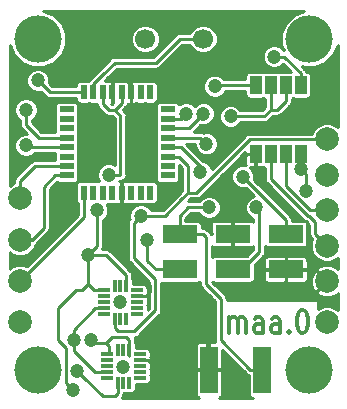
<source format=gbr>
G04 #@! TF.GenerationSoftware,KiCad,Pcbnew,(5.0.0)*
G04 #@! TF.CreationDate,2018-11-29T21:10:00+03:00*
G04 #@! TF.ProjectId,aks,616B732E6B696361645F706362000000,rev?*
G04 #@! TF.SameCoordinates,Original*
G04 #@! TF.FileFunction,Copper,L1,Top,Signal*
G04 #@! TF.FilePolarity,Positive*
%FSLAX46Y46*%
G04 Gerber Fmt 4.6, Leading zero omitted, Abs format (unit mm)*
G04 Created by KiCad (PCBNEW (5.0.0)) date 11/29/18 21:10:00*
%MOMM*%
%LPD*%
G01*
G04 APERTURE LIST*
G04 #@! TA.AperFunction,NonConductor*
%ADD10C,0.300000*%
G04 #@! TD*
G04 #@! TA.AperFunction,SMDPad,CuDef*
%ADD11R,0.550000X1.200000*%
G04 #@! TD*
G04 #@! TA.AperFunction,SMDPad,CuDef*
%ADD12R,1.200000X0.550000*%
G04 #@! TD*
G04 #@! TA.AperFunction,ComponentPad*
%ADD13C,2.000000*%
G04 #@! TD*
G04 #@! TA.AperFunction,SMDPad,CuDef*
%ADD14R,1.000000X1.500000*%
G04 #@! TD*
G04 #@! TA.AperFunction,SMDPad,CuDef*
%ADD15R,0.300000X1.000000*%
G04 #@! TD*
G04 #@! TA.AperFunction,SMDPad,CuDef*
%ADD16R,1.000000X0.300000*%
G04 #@! TD*
G04 #@! TA.AperFunction,ComponentPad*
%ADD17C,4.000000*%
G04 #@! TD*
G04 #@! TA.AperFunction,SMDPad,CuDef*
%ADD18R,1.500000X4.000000*%
G04 #@! TD*
G04 #@! TA.AperFunction,SMDPad,CuDef*
%ADD19R,3.000000X1.500000*%
G04 #@! TD*
G04 #@! TA.AperFunction,ComponentPad*
%ADD20C,1.700000*%
G04 #@! TD*
G04 #@! TA.AperFunction,ViaPad*
%ADD21C,1.200000*%
G04 #@! TD*
G04 #@! TA.AperFunction,Conductor*
%ADD22C,0.250000*%
G04 #@! TD*
G04 APERTURE END LIST*
D10*
X533723809Y-316904761D02*
X533723809Y-315571428D01*
X533723809Y-315761904D02*
X533800000Y-315666666D01*
X533952380Y-315571428D01*
X534180952Y-315571428D01*
X534333333Y-315666666D01*
X534409523Y-315857142D01*
X534409523Y-316904761D01*
X534409523Y-315857142D02*
X534485714Y-315666666D01*
X534638095Y-315571428D01*
X534866666Y-315571428D01*
X535019047Y-315666666D01*
X535095238Y-315857142D01*
X535095238Y-316904761D01*
X536542857Y-316904761D02*
X536542857Y-315857142D01*
X536466666Y-315666666D01*
X536314285Y-315571428D01*
X536009523Y-315571428D01*
X535857142Y-315666666D01*
X536542857Y-316809523D02*
X536390476Y-316904761D01*
X536009523Y-316904761D01*
X535857142Y-316809523D01*
X535780952Y-316619047D01*
X535780952Y-316428571D01*
X535857142Y-316238095D01*
X536009523Y-316142857D01*
X536390476Y-316142857D01*
X536542857Y-316047619D01*
X537990476Y-316904761D02*
X537990476Y-315857142D01*
X537914285Y-315666666D01*
X537761904Y-315571428D01*
X537457142Y-315571428D01*
X537304761Y-315666666D01*
X537990476Y-316809523D02*
X537838095Y-316904761D01*
X537457142Y-316904761D01*
X537304761Y-316809523D01*
X537228571Y-316619047D01*
X537228571Y-316428571D01*
X537304761Y-316238095D01*
X537457142Y-316142857D01*
X537838095Y-316142857D01*
X537990476Y-316047619D01*
X538752380Y-316714285D02*
X538828571Y-316809523D01*
X538752380Y-316904761D01*
X538676190Y-316809523D01*
X538752380Y-316714285D01*
X538752380Y-316904761D01*
X539819047Y-314904761D02*
X539971428Y-314904761D01*
X540123809Y-315000000D01*
X540200000Y-315095238D01*
X540276190Y-315285714D01*
X540352380Y-315666666D01*
X540352380Y-316142857D01*
X540276190Y-316523809D01*
X540200000Y-316714285D01*
X540123809Y-316809523D01*
X539971428Y-316904761D01*
X539819047Y-316904761D01*
X539666666Y-316809523D01*
X539590476Y-316714285D01*
X539514285Y-316523809D01*
X539438095Y-316142857D01*
X539438095Y-315666666D01*
X539514285Y-315285714D01*
X539590476Y-315095238D01*
X539666666Y-315000000D01*
X539819047Y-314904761D01*
D11*
G04 #@! TO.P,DD2,1*
G04 #@! TO.N,Net-(DD2-Pad1)*
X527000000Y-296500000D03*
G04 #@! TO.P,DD2,2*
G04 #@! TO.N,Net-(DD2-Pad2)*
X526200000Y-296500000D03*
G04 #@! TO.P,DD2,3*
G04 #@! TO.N,GND*
X525400000Y-296500000D03*
G04 #@! TO.P,DD2,4*
G04 #@! TO.N,Ucc*
X524600000Y-296500000D03*
G04 #@! TO.P,DD2,5*
G04 #@! TO.N,GND*
X523800000Y-296500000D03*
G04 #@! TO.P,DD2,6*
G04 #@! TO.N,Ucc*
X523000000Y-296500000D03*
G04 #@! TO.P,DD2,7*
G04 #@! TO.N,Net-(C1-Pad2)*
X522200000Y-296500000D03*
G04 #@! TO.P,DD2,8*
G04 #@! TO.N,Net-(C2-Pad2)*
X521400000Y-296500000D03*
D12*
G04 #@! TO.P,DD2,9*
G04 #@! TO.N,Net-(DD2-Pad9)*
X519950000Y-297950000D03*
G04 #@! TO.P,DD2,10*
G04 #@! TO.N,Net-(DD2-Pad10)*
X519950000Y-298750000D03*
G04 #@! TO.P,DD2,11*
G04 #@! TO.N,Net-(DD2-Pad11)*
X519950000Y-299550000D03*
G04 #@! TO.P,DD2,12*
G04 #@! TO.N,HL1*
X519950000Y-300350000D03*
G04 #@! TO.P,DD2,13*
G04 #@! TO.N,EN*
X519950000Y-301150000D03*
G04 #@! TO.P,DD2,14*
G04 #@! TO.N,Net-(DD2-Pad14)*
X519950000Y-301950000D03*
G04 #@! TO.P,DD2,15*
G04 #@! TO.N,MOSI*
X519950000Y-302750000D03*
G04 #@! TO.P,DD2,16*
G04 #@! TO.N,MISO*
X519950000Y-303550000D03*
D11*
G04 #@! TO.P,DD2,17*
G04 #@! TO.N,SCK*
X521400000Y-305000000D03*
G04 #@! TO.P,DD2,18*
G04 #@! TO.N,Net-(DD2-Pad18)*
X522200000Y-305000000D03*
G04 #@! TO.P,DD2,19*
G04 #@! TO.N,Net-(DD2-Pad19)*
X523000000Y-305000000D03*
G04 #@! TO.P,DD2,20*
G04 #@! TO.N,Net-(DD2-Pad20)*
X523800000Y-305000000D03*
G04 #@! TO.P,DD2,21*
G04 #@! TO.N,GND*
X524600000Y-305000000D03*
G04 #@! TO.P,DD2,22*
G04 #@! TO.N,Net-(DD2-Pad22)*
X525400000Y-305000000D03*
G04 #@! TO.P,DD2,23*
G04 #@! TO.N,Net-(DD2-Pad23)*
X526200000Y-305000000D03*
G04 #@! TO.P,DD2,24*
G04 #@! TO.N,Net-(DD2-Pad24)*
X527000000Y-305000000D03*
D12*
G04 #@! TO.P,DD2,25*
G04 #@! TO.N,Net-(DD2-Pad25)*
X528500000Y-303550000D03*
G04 #@! TO.P,DD2,26*
G04 #@! TO.N,Net-(DD2-Pad26)*
X528500000Y-302750000D03*
G04 #@! TO.P,DD2,27*
G04 #@! TO.N,SDA*
X528500000Y-301950000D03*
G04 #@! TO.P,DD2,28*
G04 #@! TO.N,SCL*
X528500000Y-301150000D03*
G04 #@! TO.P,DD2,29*
G04 #@! TO.N,reset*
X528500000Y-300350000D03*
G04 #@! TO.P,DD2,30*
G04 #@! TO.N,RX*
X528500000Y-299550000D03*
G04 #@! TO.P,DD2,31*
G04 #@! TO.N,TX*
X528500000Y-298750000D03*
G04 #@! TO.P,DD2,32*
G04 #@! TO.N,Net-(DD2-Pad32)*
X528500000Y-297950000D03*
G04 #@! TD*
D13*
G04 #@! TO.P,XS8,1*
G04 #@! TO.N,reset*
X516000000Y-316000000D03*
G04 #@! TD*
D14*
G04 #@! TO.P,DD1,1*
G04 #@! TO.N,Net-(DD1-Pad1)*
X539750000Y-295910000D03*
G04 #@! TO.P,DD1,2*
G04 #@! TO.N,EN*
X538480000Y-295910000D03*
G04 #@! TO.P,DD1,3*
X537210000Y-295910000D03*
G04 #@! TO.P,DD1,4*
G04 #@! TO.N,Net-(DD1-Pad4)*
X535940000Y-295910000D03*
G04 #@! TO.P,DD1,5*
G04 #@! TO.N,GND*
X535940000Y-301752000D03*
G04 #@! TO.P,DD1,6*
G04 #@! TO.N,A*
X537210000Y-301752000D03*
G04 #@! TO.P,DD1,7*
G04 #@! TO.N,B*
X538480000Y-301752000D03*
G04 #@! TO.P,DD1,8*
G04 #@! TO.N,Ucc*
X539750000Y-301752000D03*
G04 #@! TD*
D15*
G04 #@! TO.P,DD3,7*
G04 #@! TO.N,Net-(DD3-Pad7)*
X524750000Y-321125000D03*
G04 #@! TO.P,DD3,6*
G04 #@! TO.N,SDA*
X524250000Y-321125000D03*
G04 #@! TO.P,DD3,8*
G04 #@! TO.N,Net-(DD3-Pad8)*
X525250000Y-321125000D03*
D16*
G04 #@! TO.P,DD3,3*
G04 #@! TO.N,Net-(DD3-Pad3)*
X523325000Y-319700000D03*
G04 #@! TO.P,DD3,2*
G04 #@! TO.N,Net-(DD3-Pad2)*
X523325000Y-319200000D03*
G04 #@! TO.P,DD3,1*
G04 #@! TO.N,Ucc*
X523325000Y-318700000D03*
G04 #@! TO.P,DD3,4*
G04 #@! TO.N,SCL*
X523325000Y-320200000D03*
G04 #@! TO.P,DD3,5*
G04 #@! TO.N,Net-(DD3-Pad5)*
X523325000Y-320700000D03*
G04 #@! TO.P,DD3,9*
G04 #@! TO.N,Net-(DD3-Pad9)*
X526175000Y-320700000D03*
G04 #@! TO.P,DD3,10*
G04 #@! TO.N,Net-(DD3-Pad10)*
X526175000Y-320200000D03*
G04 #@! TO.P,DD3,11*
G04 #@! TO.N,Net-(DD3-Pad11)*
X526175000Y-319700000D03*
G04 #@! TO.P,DD3,12*
G04 #@! TO.N,GND*
X526175000Y-319200000D03*
G04 #@! TO.P,DD3,13*
G04 #@! TO.N,Net-(DD3-Pad13)*
X526175000Y-318700000D03*
D15*
G04 #@! TO.P,DD3,14*
G04 #@! TO.N,Ucc*
X525250000Y-318300000D03*
G04 #@! TO.P,DD3,15*
G04 #@! TO.N,Net-(DD3-Pad15)*
X524750000Y-318300000D03*
G04 #@! TO.P,DD3,16*
G04 #@! TO.N,Net-(DD3-Pad16)*
X524250000Y-318300000D03*
G04 #@! TD*
G04 #@! TO.P,DD4,7*
G04 #@! TO.N,Net-(DD4-Pad7)*
X524500000Y-315700000D03*
G04 #@! TO.P,DD4,6*
G04 #@! TO.N,SDA*
X524000000Y-315700000D03*
G04 #@! TO.P,DD4,8*
G04 #@! TO.N,Net-(DD4-Pad8)*
X525000000Y-315700000D03*
D16*
G04 #@! TO.P,DD4,3*
G04 #@! TO.N,Net-(DD4-Pad3)*
X523075000Y-314275000D03*
G04 #@! TO.P,DD4,2*
G04 #@! TO.N,Net-(DD4-Pad2)*
X523075000Y-313775000D03*
G04 #@! TO.P,DD4,1*
G04 #@! TO.N,Ucc*
X523075000Y-313275000D03*
G04 #@! TO.P,DD4,4*
G04 #@! TO.N,SCL*
X523075000Y-314775000D03*
G04 #@! TO.P,DD4,5*
G04 #@! TO.N,Net-(DD4-Pad5)*
X523075000Y-315275000D03*
G04 #@! TO.P,DD4,9*
G04 #@! TO.N,Net-(DD4-Pad9)*
X525925000Y-315275000D03*
G04 #@! TO.P,DD4,10*
G04 #@! TO.N,Net-(DD4-Pad10)*
X525925000Y-314775000D03*
G04 #@! TO.P,DD4,11*
G04 #@! TO.N,Net-(DD4-Pad11)*
X525925000Y-314275000D03*
G04 #@! TO.P,DD4,12*
G04 #@! TO.N,GND*
X525925000Y-313775000D03*
G04 #@! TO.P,DD4,13*
G04 #@! TO.N,Net-(DD4-Pad13)*
X525925000Y-313275000D03*
D15*
G04 #@! TO.P,DD4,14*
G04 #@! TO.N,Ucc*
X525000000Y-312875000D03*
G04 #@! TO.P,DD4,15*
G04 #@! TO.N,Net-(DD4-Pad15)*
X524500000Y-312875000D03*
G04 #@! TO.P,DD4,16*
G04 #@! TO.N,Net-(DD4-Pad16)*
X524000000Y-312875000D03*
G04 #@! TD*
D17*
G04 #@! TO.P,M3,*
G04 #@! TO.N,*
X540500000Y-292000000D03*
G04 #@! TD*
G04 #@! TO.P,M3,*
G04 #@! TO.N,*
X517500000Y-292000000D03*
G04 #@! TD*
G04 #@! TO.P,M3,*
G04 #@! TO.N,*
X540500000Y-320000000D03*
G04 #@! TD*
D13*
G04 #@! TO.P,XS1,1*
G04 #@! TO.N,Ucc*
X542000000Y-316000000D03*
G04 #@! TD*
G04 #@! TO.P,XS2,1*
G04 #@! TO.N,GND*
X542000000Y-312500000D03*
G04 #@! TD*
G04 #@! TO.P,XS3,1*
G04 #@! TO.N,MOSI*
X516000000Y-305500000D03*
G04 #@! TD*
G04 #@! TO.P,XS4,1*
G04 #@! TO.N,MISO*
X516000000Y-309000000D03*
G04 #@! TD*
G04 #@! TO.P,XS5,1*
G04 #@! TO.N,SCK*
X516000000Y-312500000D03*
G04 #@! TD*
G04 #@! TO.P,XS6,1*
G04 #@! TO.N,A*
X542000000Y-309500000D03*
G04 #@! TD*
G04 #@! TO.P,XS7,1*
G04 #@! TO.N,B*
X542000000Y-306500000D03*
G04 #@! TD*
D17*
G04 #@! TO.P,M3,*
G04 #@! TO.N,*
X517500000Y-320000000D03*
G04 #@! TD*
D18*
G04 #@! TO.P,FU1,1*
G04 #@! TO.N,GND*
X532000000Y-320000000D03*
G04 #@! TO.P,FU1,2*
G04 #@! TO.N,GND1*
X536500000Y-320000000D03*
G04 #@! TD*
D19*
G04 #@! TO.P,HL2,2*
G04 #@! TO.N,GND*
X534000000Y-308500000D03*
G04 #@! TO.P,HL2,1*
G04 #@! TO.N,Net-(HL2-Pad1)*
X534000000Y-311500000D03*
G04 #@! TD*
G04 #@! TO.P,HL3,1*
G04 #@! TO.N,Net-(HL3-Pad1)*
X529500000Y-311500000D03*
G04 #@! TO.P,HL3,2*
G04 #@! TO.N,GND1*
X529500000Y-308500000D03*
G04 #@! TD*
D20*
G04 #@! TO.P,ZQ1,2*
G04 #@! TO.N,Net-(C2-Pad2)*
X526600000Y-292000000D03*
G04 #@! TO.P,ZQ1,1*
G04 #@! TO.N,Net-(C1-Pad2)*
X531500000Y-292000000D03*
G04 #@! TD*
D19*
G04 #@! TO.P,HL1,2*
G04 #@! TO.N,GND*
X538500000Y-311500000D03*
G04 #@! TO.P,HL1,1*
G04 #@! TO.N,Net-(HL1-Pad1)*
X538500000Y-308500000D03*
G04 #@! TD*
D13*
G04 #@! TO.P,XS9,1*
G04 #@! TO.N,SDA*
X542000000Y-300500000D03*
G04 #@! TD*
G04 #@! TO.P,XS10,1*
G04 #@! TO.N,SCL*
X542000000Y-303500000D03*
G04 #@! TD*
D21*
G04 #@! TO.N,*
X524750000Y-319750000D03*
X524500000Y-314250000D03*
G04 #@! TO.N,GND*
X529500000Y-293500000D03*
X534000000Y-313500000D03*
X524500000Y-309500000D03*
X531798512Y-314106674D03*
X533451791Y-303851955D03*
G04 #@! TO.N,Net-(C2-Pad2)*
X517500000Y-295500000D03*
G04 #@! TO.N,Net-(DD1-Pad4)*
X532500000Y-296000000D03*
G04 #@! TO.N,EN*
X516500000Y-301000000D03*
X533824990Y-298551924D03*
G04 #@! TO.N,Net-(DD1-Pad1)*
X537500000Y-293500000D03*
G04 #@! TO.N,HL1*
X516500000Y-298000000D03*
G04 #@! TO.N,SDA*
X526220919Y-306970919D03*
X520845919Y-320095919D03*
G04 #@! TO.N,SCL*
X520527939Y-317469776D03*
X531250000Y-303250000D03*
G04 #@! TO.N,RX*
X531513103Y-298324990D03*
G04 #@! TO.N,TX*
X530051924Y-298324990D03*
G04 #@! TO.N,Net-(HL1-Pad1)*
X534836362Y-303644604D03*
G04 #@! TO.N,Ucc*
X522500000Y-306500000D03*
X522000000Y-317500000D03*
X520500000Y-321750000D03*
X521779081Y-310279081D03*
X523500000Y-303500000D03*
X539756710Y-303043971D03*
X540224657Y-304893674D03*
G04 #@! TO.N,Net-(HL3-Pad1)*
X526750000Y-309000000D03*
G04 #@! TO.N,Net-(HL2-Pad1)*
X536000000Y-306250000D03*
G04 #@! TO.N,reset*
X531780003Y-300875021D03*
G04 #@! TO.N,GND1*
X532000000Y-306250000D03*
G04 #@! TD*
D22*
G04 #@! TO.N,Net-(C1-Pad2)*
X522200000Y-296500000D02*
X522200000Y-295800000D01*
X522200000Y-295800000D02*
X523000000Y-295000000D01*
X531500000Y-292000000D02*
X529500000Y-292000000D01*
X524000000Y-294000000D02*
X523000000Y-295000000D01*
X527500000Y-294000000D02*
X524000000Y-294000000D01*
X529500000Y-292000000D02*
X527500000Y-294000000D01*
G04 #@! TO.N,GND*
X529500000Y-293500000D02*
X529000000Y-293500000D01*
X527500000Y-295000000D02*
X525500000Y-295000000D01*
X529000000Y-293500000D02*
X527500000Y-295000000D01*
X525000000Y-295500000D02*
X525400000Y-295100000D01*
X525400000Y-295100000D02*
X525500000Y-295000000D01*
X525400000Y-296500000D02*
X525400000Y-295900000D01*
X523800000Y-295700000D02*
X523800000Y-296500000D01*
X524000000Y-295500000D02*
X523800000Y-295700000D01*
X525000000Y-295500000D02*
X524000000Y-295500000D01*
X525400000Y-295900000D02*
X525000000Y-295500000D01*
X531000000Y-320000000D02*
X530540000Y-319540000D01*
X542000000Y-313250000D02*
X542000000Y-312500000D01*
X524500000Y-309500000D02*
X524600000Y-309900000D01*
X524600000Y-309900000D02*
X524600000Y-305000000D01*
X526660002Y-313775000D02*
X525725000Y-313775000D01*
X526999998Y-313435004D02*
X526660002Y-313775000D01*
X526999998Y-312848526D02*
X526999998Y-313435004D01*
X524500000Y-310348528D02*
X526999998Y-312848526D01*
X524500000Y-309500000D02*
X524500000Y-310348528D01*
X531798512Y-318548512D02*
X532000000Y-318750000D01*
X531798512Y-314106674D02*
X531798512Y-318548512D01*
X531000000Y-320000000D02*
X532000000Y-320000000D01*
X530200000Y-319200000D02*
X531000000Y-320000000D01*
X525975000Y-319200000D02*
X530200000Y-319200000D01*
X540260001Y-307424999D02*
X539674999Y-307424999D01*
X540325001Y-307489999D02*
X540260001Y-307424999D01*
X540325001Y-310825001D02*
X540325001Y-307489999D01*
X542000000Y-312500000D02*
X540325001Y-310825001D01*
X535190000Y-301752000D02*
X533451791Y-303490209D01*
X534000000Y-304400164D02*
X533451791Y-303851955D01*
X534000000Y-308500000D02*
X534000000Y-304400164D01*
X535940000Y-301752000D02*
X535190000Y-301752000D01*
X533451791Y-303490209D02*
X533451791Y-303851955D01*
X535940000Y-303690000D02*
X535940000Y-301752000D01*
X539674999Y-307424999D02*
X535940000Y-303690000D01*
X538500000Y-312500000D02*
X538500000Y-311500000D01*
X537500000Y-313500000D02*
X538500000Y-312500000D01*
X534000000Y-313500000D02*
X537500000Y-313500000D01*
G04 #@! TO.N,Net-(C2-Pad2)*
X517500000Y-295500000D02*
X518000000Y-296000000D01*
X518500000Y-296500000D02*
X518000000Y-296000000D01*
X518500000Y-296500000D02*
X521400000Y-296500000D01*
G04 #@! TO.N,A*
X542000000Y-309500000D02*
X541000001Y-308500001D01*
X537210000Y-302752000D02*
X537210000Y-301752000D01*
X540446401Y-306974988D02*
X540361398Y-306974988D01*
X537210000Y-303823590D02*
X537210000Y-302752000D01*
X541000001Y-307528588D02*
X540446401Y-306974988D01*
X540361398Y-306974988D02*
X537210000Y-303823590D01*
X541000001Y-308500001D02*
X541000001Y-307528588D01*
G04 #@! TO.N,B*
X541500000Y-306000000D02*
X542000000Y-306500000D01*
X538480000Y-302752000D02*
X538480000Y-301752000D01*
X542000000Y-306500000D02*
X540522820Y-306500000D01*
X538480000Y-304457180D02*
X538480000Y-302752000D01*
X540522820Y-306500000D02*
X538480000Y-304457180D01*
G04 #@! TO.N,Net-(DD1-Pad4)*
X533000000Y-296000000D02*
X532500000Y-296000000D01*
X532590000Y-295910000D02*
X532500000Y-296000000D01*
X535940000Y-295910000D02*
X532590000Y-295910000D01*
G04 #@! TO.N,EN*
X516650000Y-301150000D02*
X519950000Y-301150000D01*
X516500000Y-301000000D02*
X516650000Y-301150000D01*
X537210000Y-298000000D02*
X537210000Y-295910000D01*
X538480000Y-295910000D02*
X538480000Y-297270000D01*
X537750000Y-298000000D02*
X537210000Y-298000000D01*
X538480000Y-297270000D02*
X537750000Y-298000000D01*
X536658076Y-298551924D02*
X534673518Y-298551924D01*
X534673518Y-298551924D02*
X533824990Y-298551924D01*
X537210000Y-298000000D02*
X536658076Y-298551924D01*
G04 #@! TO.N,Net-(DD1-Pad1)*
X538340000Y-293500000D02*
X537500000Y-293500000D01*
X539750000Y-295910000D02*
X539750000Y-294910000D01*
X539750000Y-294910000D02*
X538340000Y-293500000D01*
G04 #@! TO.N,HL1*
X519950000Y-300350000D02*
X517600000Y-300350000D01*
X516500000Y-299250000D02*
X516500000Y-298000000D01*
X517600000Y-300350000D02*
X516500000Y-299250000D01*
G04 #@! TO.N,MOSI*
X519950000Y-302750000D02*
X517250000Y-302750000D01*
X516000000Y-304000000D02*
X516000000Y-305500000D01*
X517250000Y-302750000D02*
X516000000Y-304000000D01*
G04 #@! TO.N,MISO*
X516000000Y-309000000D02*
X517000000Y-309000000D01*
X517000000Y-309000000D02*
X518000000Y-308000000D01*
X518000000Y-308000000D02*
X518000000Y-304500000D01*
X518000000Y-304500000D02*
X518950000Y-303550000D01*
X518950000Y-303550000D02*
X519950000Y-303550000D01*
G04 #@! TO.N,SCK*
X521400000Y-307100000D02*
X521400000Y-305000000D01*
X516000000Y-312500000D02*
X521400000Y-307100000D01*
G04 #@! TO.N,SDA*
X529450000Y-301950000D02*
X528500000Y-301950000D01*
X530000000Y-302500000D02*
X529450000Y-301950000D01*
X527450009Y-312336420D02*
X525620920Y-310507331D01*
X528279081Y-306970919D02*
X527069447Y-306970919D01*
X525620920Y-310507331D02*
X525620920Y-307570918D01*
X525620920Y-307570918D02*
X526220919Y-306970919D01*
X527450009Y-314984993D02*
X527450009Y-312336420D01*
X527069447Y-306970919D02*
X526220919Y-306970919D01*
X525685002Y-316750000D02*
X527450009Y-314984993D01*
X524250000Y-316750000D02*
X525685002Y-316750000D01*
X524000000Y-316500000D02*
X524250000Y-316750000D01*
X524000000Y-315500000D02*
X524000000Y-316500000D01*
X521445918Y-320695918D02*
X520845919Y-320095919D01*
X523000000Y-322250000D02*
X521445918Y-320695918D01*
X524000000Y-322250000D02*
X523000000Y-322250000D01*
X524250000Y-321265000D02*
X524250000Y-322000000D01*
X524250000Y-322000000D02*
X524000000Y-322250000D01*
X535434742Y-300500000D02*
X540585787Y-300500000D01*
X540585787Y-300500000D02*
X542000000Y-300500000D01*
X530000000Y-305250000D02*
X529750000Y-305500000D01*
X529750000Y-305500000D02*
X528279081Y-306970919D01*
X530250000Y-302750000D02*
X530000000Y-302500000D01*
X529750000Y-305500000D02*
X530250000Y-305000000D01*
X530250000Y-305000000D02*
X530250000Y-302750000D01*
X530934742Y-305000000D02*
X531250000Y-304684742D01*
X530250000Y-305000000D02*
X530934742Y-305000000D01*
X531250000Y-304684742D02*
X535434742Y-300500000D01*
G04 #@! TO.N,SCL*
X521000000Y-317500000D02*
X520558163Y-317500000D01*
X522374187Y-314775000D02*
X520527939Y-316621248D01*
X520527939Y-318318304D02*
X520527939Y-317469776D01*
X520558163Y-317500000D02*
X520527939Y-317469776D01*
X523275000Y-314775000D02*
X522374187Y-314775000D01*
X520527939Y-316621248D02*
X520527939Y-317469776D01*
X520527939Y-318376467D02*
X520527939Y-318318304D01*
X529650000Y-301150000D02*
X528500000Y-301150000D01*
X531250000Y-303250000D02*
X531500000Y-303000000D01*
X531500000Y-303000000D02*
X529650000Y-301150000D01*
X522351472Y-320200000D02*
X522151472Y-320000000D01*
X523525000Y-320200000D02*
X522351472Y-320200000D01*
X522151472Y-320000000D02*
X520527939Y-318376467D01*
G04 #@! TO.N,RX*
X530913104Y-298924989D02*
X531513103Y-298324990D01*
X530288093Y-299550000D02*
X530913104Y-298924989D01*
X528500000Y-299550000D02*
X530288093Y-299550000D01*
G04 #@! TO.N,TX*
X529626914Y-298750000D02*
X530051924Y-298324990D01*
X528500000Y-298750000D02*
X529626914Y-298750000D01*
G04 #@! TO.N,Net-(HL1-Pad1)*
X538500000Y-307308242D02*
X535436361Y-304244603D01*
X538500000Y-308500000D02*
X538500000Y-307308242D01*
X535436361Y-304244603D02*
X534836362Y-303644604D01*
G04 #@! TO.N,Ucc*
X523000000Y-296500000D02*
X523000000Y-297500000D01*
X523000000Y-297500000D02*
X523500000Y-298000000D01*
X523500000Y-298000000D02*
X524000000Y-298000000D01*
X524000000Y-298000000D02*
X524600000Y-297400000D01*
X524600000Y-297400000D02*
X524600000Y-296500000D01*
X525250000Y-318840000D02*
X525250000Y-317500000D01*
X525250000Y-317500000D02*
X525000000Y-317250000D01*
X525000000Y-317250000D02*
X523750000Y-317250000D01*
X522250000Y-317750000D02*
X522000000Y-317500000D01*
X521779081Y-311127609D02*
X521779081Y-310279081D01*
X523279081Y-310279081D02*
X522627609Y-310279081D01*
X525000000Y-313075000D02*
X525000000Y-312000000D01*
X522627609Y-310279081D02*
X521779081Y-310279081D01*
X525000000Y-312000000D02*
X523279081Y-310279081D01*
X522275000Y-313275000D02*
X523275000Y-313275000D01*
X521779081Y-312779081D02*
X522275000Y-313275000D01*
X521779081Y-312250000D02*
X521779081Y-312779081D01*
X521779081Y-312250000D02*
X521779081Y-311127609D01*
X522500000Y-309558162D02*
X521779081Y-310279081D01*
X522500000Y-306500000D02*
X522500000Y-309558162D01*
X523500000Y-303500000D02*
X524500000Y-303500000D01*
X524500000Y-303500000D02*
X524500000Y-298500000D01*
X524500000Y-298500000D02*
X524000000Y-298000000D01*
X523525000Y-318025000D02*
X523250000Y-317750000D01*
X523525000Y-318700000D02*
X523525000Y-318025000D01*
X523250000Y-317750000D02*
X522250000Y-317750000D01*
X523250000Y-317750000D02*
X523750000Y-317250000D01*
X539750000Y-301752000D02*
X539750000Y-303037261D01*
X539750000Y-303037261D02*
X539756710Y-303043971D01*
X540224657Y-303511918D02*
X539756710Y-303043971D01*
X540224657Y-304893674D02*
X540224657Y-303511918D01*
X521745919Y-312779081D02*
X521779081Y-312779081D01*
X521250000Y-313275000D02*
X521745919Y-312779081D01*
X520500000Y-321750000D02*
X519900001Y-321150001D01*
X519900001Y-321150001D02*
X519900001Y-318150001D01*
X519900001Y-318150001D02*
X519250000Y-317500000D01*
X519250000Y-317500000D02*
X519250000Y-314750000D01*
X519250000Y-314750000D02*
X520725000Y-313275000D01*
X520725000Y-313275000D02*
X521250000Y-313275000D01*
G04 #@! TO.N,Net-(HL3-Pad1)*
X529500000Y-311500000D02*
X527750000Y-311500000D01*
X527472223Y-311500000D02*
X529500000Y-311500000D01*
X526750000Y-310777777D02*
X527472223Y-311500000D01*
X526750000Y-309000000D02*
X526750000Y-310777777D01*
G04 #@! TO.N,Net-(HL2-Pad1)*
X536250000Y-306500000D02*
X536000000Y-306250000D01*
X536250000Y-310000000D02*
X536250000Y-306500000D01*
X534000000Y-311500000D02*
X534750000Y-311500000D01*
X534750000Y-311500000D02*
X536250000Y-310000000D01*
G04 #@! TO.N,reset*
X531254982Y-300350000D02*
X531780003Y-300875021D01*
X528500000Y-300350000D02*
X531254982Y-300350000D01*
G04 #@! TO.N,GND1*
X529500000Y-308500000D02*
X530000000Y-308500000D01*
X536500000Y-320000000D02*
X536500000Y-318750000D01*
X529500000Y-308500000D02*
X529500000Y-307000000D01*
X529500000Y-307000000D02*
X530250000Y-306250000D01*
X530250000Y-306250000D02*
X532000000Y-306250000D01*
X531500000Y-308500000D02*
X529500000Y-308500000D01*
X531750000Y-308750000D02*
X531500000Y-308500000D01*
X531750000Y-312750000D02*
X531750000Y-308750000D01*
X533000000Y-317500000D02*
X533000000Y-314000000D01*
X535500000Y-320000000D02*
X533000000Y-317500000D01*
X536500000Y-320000000D02*
X535500000Y-320000000D01*
X533000000Y-314000000D02*
X531750000Y-312750000D01*
G04 #@! TD*
G04 #@! TO.N,GND*
G36*
X531250000Y-312700759D02*
X531240205Y-312750000D01*
X531250000Y-312799241D01*
X531250000Y-312799242D01*
X531279011Y-312945089D01*
X531389520Y-313110480D01*
X531431270Y-313138376D01*
X532500001Y-314207108D01*
X532500000Y-317450757D01*
X532490205Y-317500000D01*
X532500000Y-317549241D01*
X532500000Y-317549242D01*
X532515069Y-317625000D01*
X532118750Y-317625000D01*
X532025000Y-317718750D01*
X532025000Y-319975000D01*
X533031250Y-319975000D01*
X533125000Y-319881250D01*
X533125000Y-318332106D01*
X535111625Y-320318732D01*
X535139520Y-320360480D01*
X535304910Y-320470989D01*
X535367654Y-320483470D01*
X535367654Y-322000000D01*
X535396758Y-322146317D01*
X535479641Y-322270359D01*
X535603683Y-322353242D01*
X535713069Y-322375000D01*
X532824592Y-322375000D01*
X532962420Y-322317910D01*
X533067910Y-322212421D01*
X533125000Y-322074592D01*
X533125000Y-320118750D01*
X533031250Y-320025000D01*
X532025000Y-320025000D01*
X532025000Y-320045000D01*
X531975000Y-320045000D01*
X531975000Y-320025000D01*
X530968750Y-320025000D01*
X530875000Y-320118750D01*
X530875000Y-322074592D01*
X530932090Y-322212421D01*
X531037580Y-322317910D01*
X531175408Y-322375000D01*
X524588749Y-322375000D01*
X524610480Y-322360480D01*
X524720989Y-322195090D01*
X524750000Y-322049243D01*
X524750000Y-322049242D01*
X524758334Y-322007346D01*
X524900000Y-322007346D01*
X525000000Y-321987455D01*
X525100000Y-322007346D01*
X525400000Y-322007346D01*
X525546317Y-321978242D01*
X525670359Y-321895359D01*
X525753242Y-321771317D01*
X525782346Y-321625000D01*
X525782346Y-321232346D01*
X526675000Y-321232346D01*
X526821317Y-321203242D01*
X526945359Y-321120359D01*
X527028242Y-320996317D01*
X527057346Y-320850000D01*
X527057346Y-320550000D01*
X527037455Y-320450000D01*
X527057346Y-320350000D01*
X527057346Y-320050000D01*
X527037455Y-319950000D01*
X527057346Y-319850000D01*
X527057346Y-319550000D01*
X527038111Y-319453296D01*
X527050000Y-319424592D01*
X527050000Y-319318750D01*
X526956250Y-319225000D01*
X526863584Y-319225000D01*
X526826169Y-319200000D01*
X526863584Y-319175000D01*
X526956250Y-319175000D01*
X527050000Y-319081250D01*
X527050000Y-318975408D01*
X527038111Y-318946704D01*
X527057346Y-318850000D01*
X527057346Y-318550000D01*
X527028242Y-318403683D01*
X526945359Y-318279641D01*
X526821317Y-318196758D01*
X526675000Y-318167654D01*
X525782346Y-318167654D01*
X525782346Y-317925408D01*
X530875000Y-317925408D01*
X530875000Y-319881250D01*
X530968750Y-319975000D01*
X531975000Y-319975000D01*
X531975000Y-317718750D01*
X531881250Y-317625000D01*
X531175408Y-317625000D01*
X531037580Y-317682090D01*
X530932090Y-317787579D01*
X530875000Y-317925408D01*
X525782346Y-317925408D01*
X525782346Y-317800000D01*
X525753242Y-317653683D01*
X525750000Y-317648831D01*
X525750000Y-317549240D01*
X525759795Y-317499999D01*
X525750000Y-317450757D01*
X525720989Y-317304910D01*
X525690159Y-317258769D01*
X525734243Y-317250000D01*
X525734245Y-317250000D01*
X525880092Y-317220989D01*
X526045482Y-317110480D01*
X526073378Y-317068730D01*
X527768742Y-315373367D01*
X527810489Y-315345473D01*
X527920998Y-315180083D01*
X527950009Y-315034236D01*
X527950009Y-315034235D01*
X527959804Y-314984993D01*
X527950009Y-314935750D01*
X527950009Y-312622402D01*
X528000000Y-312632346D01*
X531000000Y-312632346D01*
X531146317Y-312603242D01*
X531250000Y-312533963D01*
X531250000Y-312700759D01*
X531250000Y-312700759D01*
G37*
X531250000Y-312700759D02*
X531240205Y-312750000D01*
X531250000Y-312799241D01*
X531250000Y-312799242D01*
X531279011Y-312945089D01*
X531389520Y-313110480D01*
X531431270Y-313138376D01*
X532500001Y-314207108D01*
X532500000Y-317450757D01*
X532490205Y-317500000D01*
X532500000Y-317549241D01*
X532500000Y-317549242D01*
X532515069Y-317625000D01*
X532118750Y-317625000D01*
X532025000Y-317718750D01*
X532025000Y-319975000D01*
X533031250Y-319975000D01*
X533125000Y-319881250D01*
X533125000Y-318332106D01*
X535111625Y-320318732D01*
X535139520Y-320360480D01*
X535304910Y-320470989D01*
X535367654Y-320483470D01*
X535367654Y-322000000D01*
X535396758Y-322146317D01*
X535479641Y-322270359D01*
X535603683Y-322353242D01*
X535713069Y-322375000D01*
X532824592Y-322375000D01*
X532962420Y-322317910D01*
X533067910Y-322212421D01*
X533125000Y-322074592D01*
X533125000Y-320118750D01*
X533031250Y-320025000D01*
X532025000Y-320025000D01*
X532025000Y-320045000D01*
X531975000Y-320045000D01*
X531975000Y-320025000D01*
X530968750Y-320025000D01*
X530875000Y-320118750D01*
X530875000Y-322074592D01*
X530932090Y-322212421D01*
X531037580Y-322317910D01*
X531175408Y-322375000D01*
X524588749Y-322375000D01*
X524610480Y-322360480D01*
X524720989Y-322195090D01*
X524750000Y-322049243D01*
X524750000Y-322049242D01*
X524758334Y-322007346D01*
X524900000Y-322007346D01*
X525000000Y-321987455D01*
X525100000Y-322007346D01*
X525400000Y-322007346D01*
X525546317Y-321978242D01*
X525670359Y-321895359D01*
X525753242Y-321771317D01*
X525782346Y-321625000D01*
X525782346Y-321232346D01*
X526675000Y-321232346D01*
X526821317Y-321203242D01*
X526945359Y-321120359D01*
X527028242Y-320996317D01*
X527057346Y-320850000D01*
X527057346Y-320550000D01*
X527037455Y-320450000D01*
X527057346Y-320350000D01*
X527057346Y-320050000D01*
X527037455Y-319950000D01*
X527057346Y-319850000D01*
X527057346Y-319550000D01*
X527038111Y-319453296D01*
X527050000Y-319424592D01*
X527050000Y-319318750D01*
X526956250Y-319225000D01*
X526863584Y-319225000D01*
X526826169Y-319200000D01*
X526863584Y-319175000D01*
X526956250Y-319175000D01*
X527050000Y-319081250D01*
X527050000Y-318975408D01*
X527038111Y-318946704D01*
X527057346Y-318850000D01*
X527057346Y-318550000D01*
X527028242Y-318403683D01*
X526945359Y-318279641D01*
X526821317Y-318196758D01*
X526675000Y-318167654D01*
X525782346Y-318167654D01*
X525782346Y-317925408D01*
X530875000Y-317925408D01*
X530875000Y-319881250D01*
X530968750Y-319975000D01*
X531975000Y-319975000D01*
X531975000Y-317718750D01*
X531881250Y-317625000D01*
X531175408Y-317625000D01*
X531037580Y-317682090D01*
X530932090Y-317787579D01*
X530875000Y-317925408D01*
X525782346Y-317925408D01*
X525782346Y-317800000D01*
X525753242Y-317653683D01*
X525750000Y-317648831D01*
X525750000Y-317549240D01*
X525759795Y-317499999D01*
X525750000Y-317450757D01*
X525720989Y-317304910D01*
X525690159Y-317258769D01*
X525734243Y-317250000D01*
X525734245Y-317250000D01*
X525880092Y-317220989D01*
X526045482Y-317110480D01*
X526073378Y-317068730D01*
X527768742Y-315373367D01*
X527810489Y-315345473D01*
X527920998Y-315180083D01*
X527950009Y-315034236D01*
X527950009Y-315034235D01*
X527959804Y-314984993D01*
X527950009Y-314935750D01*
X527950009Y-312622402D01*
X528000000Y-312632346D01*
X531000000Y-312632346D01*
X531146317Y-312603242D01*
X531250000Y-312533963D01*
X531250000Y-312700759D01*
G36*
X540500002Y-307735695D02*
X540500001Y-308450759D01*
X540490206Y-308500001D01*
X540500001Y-308549242D01*
X540500001Y-308549243D01*
X540529012Y-308695090D01*
X540639521Y-308860481D01*
X540681271Y-308888377D01*
X540740514Y-308947620D01*
X540625000Y-309226495D01*
X540625000Y-309773505D01*
X540834331Y-310278875D01*
X541221125Y-310665669D01*
X541726495Y-310875000D01*
X542273505Y-310875000D01*
X542778875Y-310665669D01*
X542875000Y-310569544D01*
X542875000Y-311493357D01*
X542803682Y-311351294D01*
X542302915Y-311131178D01*
X541756031Y-311119453D01*
X541246290Y-311317903D01*
X541196318Y-311351294D01*
X541092818Y-311557463D01*
X542000000Y-312464645D01*
X542014143Y-312450503D01*
X542049498Y-312485858D01*
X542035355Y-312500000D01*
X542049498Y-312514143D01*
X542014143Y-312549498D01*
X542000000Y-312535355D01*
X541092818Y-313442537D01*
X541196318Y-313648706D01*
X541697085Y-313868822D01*
X542243969Y-313880547D01*
X542753710Y-313682097D01*
X542803682Y-313648706D01*
X542875000Y-313506643D01*
X542875000Y-314930456D01*
X542778875Y-314834331D01*
X542273505Y-314625000D01*
X541726495Y-314625000D01*
X541221125Y-314834331D01*
X541182143Y-314873313D01*
X541182143Y-314110000D01*
X533500000Y-314110000D01*
X533500000Y-314049243D01*
X533509795Y-314000000D01*
X533470989Y-313804909D01*
X533397790Y-313695359D01*
X533360480Y-313639520D01*
X533318732Y-313611625D01*
X532451076Y-312743969D01*
X540619453Y-312743969D01*
X540817903Y-313253710D01*
X540851294Y-313303682D01*
X541057463Y-313407182D01*
X541964645Y-312500000D01*
X541057463Y-311592818D01*
X540851294Y-311696318D01*
X540631178Y-312197085D01*
X540619453Y-312743969D01*
X532451076Y-312743969D01*
X532250000Y-312542894D01*
X532250000Y-312533963D01*
X532353683Y-312603242D01*
X532500000Y-312632346D01*
X535500000Y-312632346D01*
X535646317Y-312603242D01*
X535770359Y-312520359D01*
X535853242Y-312396317D01*
X535882346Y-312250000D01*
X535882346Y-311618750D01*
X536625000Y-311618750D01*
X536625000Y-312324592D01*
X536682090Y-312462420D01*
X536787579Y-312567910D01*
X536925408Y-312625000D01*
X538381250Y-312625000D01*
X538475000Y-312531250D01*
X538475000Y-311525000D01*
X538525000Y-311525000D01*
X538525000Y-312531250D01*
X538618750Y-312625000D01*
X540074592Y-312625000D01*
X540212421Y-312567910D01*
X540317910Y-312462420D01*
X540375000Y-312324592D01*
X540375000Y-311618750D01*
X540281250Y-311525000D01*
X538525000Y-311525000D01*
X538475000Y-311525000D01*
X536718750Y-311525000D01*
X536625000Y-311618750D01*
X535882346Y-311618750D01*
X535882346Y-311074761D01*
X536281699Y-310675408D01*
X536625000Y-310675408D01*
X536625000Y-311381250D01*
X536718750Y-311475000D01*
X538475000Y-311475000D01*
X538475000Y-310468750D01*
X538525000Y-310468750D01*
X538525000Y-311475000D01*
X540281250Y-311475000D01*
X540375000Y-311381250D01*
X540375000Y-310675408D01*
X540317910Y-310537580D01*
X540212421Y-310432090D01*
X540074592Y-310375000D01*
X538618750Y-310375000D01*
X538525000Y-310468750D01*
X538475000Y-310468750D01*
X538381250Y-310375000D01*
X536925408Y-310375000D01*
X536787579Y-310432090D01*
X536682090Y-310537580D01*
X536625000Y-310675408D01*
X536281699Y-310675408D01*
X536568733Y-310388374D01*
X536610480Y-310360480D01*
X536720989Y-310195090D01*
X536750000Y-310049243D01*
X536750000Y-310049242D01*
X536759795Y-310000001D01*
X536750000Y-309950760D01*
X536750000Y-309533963D01*
X536853683Y-309603242D01*
X537000000Y-309632346D01*
X540000000Y-309632346D01*
X540146317Y-309603242D01*
X540270359Y-309520359D01*
X540353242Y-309396317D01*
X540382346Y-309250000D01*
X540382346Y-307750000D01*
X540353242Y-307603683D01*
X540323544Y-307559238D01*
X540500002Y-307735695D01*
X540500002Y-307735695D01*
G37*
X540500002Y-307735695D02*
X540500001Y-308450759D01*
X540490206Y-308500001D01*
X540500001Y-308549242D01*
X540500001Y-308549243D01*
X540529012Y-308695090D01*
X540639521Y-308860481D01*
X540681271Y-308888377D01*
X540740514Y-308947620D01*
X540625000Y-309226495D01*
X540625000Y-309773505D01*
X540834331Y-310278875D01*
X541221125Y-310665669D01*
X541726495Y-310875000D01*
X542273505Y-310875000D01*
X542778875Y-310665669D01*
X542875000Y-310569544D01*
X542875000Y-311493357D01*
X542803682Y-311351294D01*
X542302915Y-311131178D01*
X541756031Y-311119453D01*
X541246290Y-311317903D01*
X541196318Y-311351294D01*
X541092818Y-311557463D01*
X542000000Y-312464645D01*
X542014143Y-312450503D01*
X542049498Y-312485858D01*
X542035355Y-312500000D01*
X542049498Y-312514143D01*
X542014143Y-312549498D01*
X542000000Y-312535355D01*
X541092818Y-313442537D01*
X541196318Y-313648706D01*
X541697085Y-313868822D01*
X542243969Y-313880547D01*
X542753710Y-313682097D01*
X542803682Y-313648706D01*
X542875000Y-313506643D01*
X542875000Y-314930456D01*
X542778875Y-314834331D01*
X542273505Y-314625000D01*
X541726495Y-314625000D01*
X541221125Y-314834331D01*
X541182143Y-314873313D01*
X541182143Y-314110000D01*
X533500000Y-314110000D01*
X533500000Y-314049243D01*
X533509795Y-314000000D01*
X533470989Y-313804909D01*
X533397790Y-313695359D01*
X533360480Y-313639520D01*
X533318732Y-313611625D01*
X532451076Y-312743969D01*
X540619453Y-312743969D01*
X540817903Y-313253710D01*
X540851294Y-313303682D01*
X541057463Y-313407182D01*
X541964645Y-312500000D01*
X541057463Y-311592818D01*
X540851294Y-311696318D01*
X540631178Y-312197085D01*
X540619453Y-312743969D01*
X532451076Y-312743969D01*
X532250000Y-312542894D01*
X532250000Y-312533963D01*
X532353683Y-312603242D01*
X532500000Y-312632346D01*
X535500000Y-312632346D01*
X535646317Y-312603242D01*
X535770359Y-312520359D01*
X535853242Y-312396317D01*
X535882346Y-312250000D01*
X535882346Y-311618750D01*
X536625000Y-311618750D01*
X536625000Y-312324592D01*
X536682090Y-312462420D01*
X536787579Y-312567910D01*
X536925408Y-312625000D01*
X538381250Y-312625000D01*
X538475000Y-312531250D01*
X538475000Y-311525000D01*
X538525000Y-311525000D01*
X538525000Y-312531250D01*
X538618750Y-312625000D01*
X540074592Y-312625000D01*
X540212421Y-312567910D01*
X540317910Y-312462420D01*
X540375000Y-312324592D01*
X540375000Y-311618750D01*
X540281250Y-311525000D01*
X538525000Y-311525000D01*
X538475000Y-311525000D01*
X536718750Y-311525000D01*
X536625000Y-311618750D01*
X535882346Y-311618750D01*
X535882346Y-311074761D01*
X536281699Y-310675408D01*
X536625000Y-310675408D01*
X536625000Y-311381250D01*
X536718750Y-311475000D01*
X538475000Y-311475000D01*
X538475000Y-310468750D01*
X538525000Y-310468750D01*
X538525000Y-311475000D01*
X540281250Y-311475000D01*
X540375000Y-311381250D01*
X540375000Y-310675408D01*
X540317910Y-310537580D01*
X540212421Y-310432090D01*
X540074592Y-310375000D01*
X538618750Y-310375000D01*
X538525000Y-310468750D01*
X538475000Y-310468750D01*
X538381250Y-310375000D01*
X536925408Y-310375000D01*
X536787579Y-310432090D01*
X536682090Y-310537580D01*
X536625000Y-310675408D01*
X536281699Y-310675408D01*
X536568733Y-310388374D01*
X536610480Y-310360480D01*
X536720989Y-310195090D01*
X536750000Y-310049243D01*
X536750000Y-310049242D01*
X536759795Y-310000001D01*
X536750000Y-309950760D01*
X536750000Y-309533963D01*
X536853683Y-309603242D01*
X537000000Y-309632346D01*
X540000000Y-309632346D01*
X540146317Y-309603242D01*
X540270359Y-309520359D01*
X540353242Y-309396317D01*
X540382346Y-309250000D01*
X540382346Y-307750000D01*
X540353242Y-307603683D01*
X540323544Y-307559238D01*
X540500002Y-307735695D01*
G36*
X539154671Y-289986572D02*
X538486572Y-290654671D01*
X538125000Y-291527583D01*
X538125000Y-292472417D01*
X538318553Y-292939695D01*
X538052293Y-292673435D01*
X537693939Y-292525000D01*
X537306061Y-292525000D01*
X536947707Y-292673435D01*
X536673435Y-292947707D01*
X536525000Y-293306061D01*
X536525000Y-293693939D01*
X536673435Y-294052293D01*
X536947707Y-294326565D01*
X537306061Y-294475000D01*
X537693939Y-294475000D01*
X538052293Y-294326565D01*
X538255876Y-294122982D01*
X538910547Y-294777654D01*
X537980000Y-294777654D01*
X537845000Y-294804507D01*
X537710000Y-294777654D01*
X536710000Y-294777654D01*
X536575000Y-294804507D01*
X536440000Y-294777654D01*
X535440000Y-294777654D01*
X535293683Y-294806758D01*
X535169641Y-294889641D01*
X535086758Y-295013683D01*
X535057654Y-295160000D01*
X535057654Y-295410000D01*
X533288858Y-295410000D01*
X533052293Y-295173435D01*
X532693939Y-295025000D01*
X532306061Y-295025000D01*
X531947707Y-295173435D01*
X531673435Y-295447707D01*
X531525000Y-295806061D01*
X531525000Y-296193939D01*
X531673435Y-296552293D01*
X531947707Y-296826565D01*
X532306061Y-296975000D01*
X532693939Y-296975000D01*
X533052293Y-296826565D01*
X533326565Y-296552293D01*
X533385505Y-296410000D01*
X535057654Y-296410000D01*
X535057654Y-296660000D01*
X535086758Y-296806317D01*
X535169641Y-296930359D01*
X535293683Y-297013242D01*
X535440000Y-297042346D01*
X536440000Y-297042346D01*
X536575000Y-297015493D01*
X536710000Y-297042346D01*
X536710000Y-297792893D01*
X536450970Y-298051924D01*
X534673215Y-298051924D01*
X534651555Y-297999631D01*
X534377283Y-297725359D01*
X534018929Y-297576924D01*
X533631051Y-297576924D01*
X533272697Y-297725359D01*
X532998425Y-297999631D01*
X532849990Y-298357985D01*
X532849990Y-298745863D01*
X532998425Y-299104217D01*
X533272697Y-299378489D01*
X533631051Y-299526924D01*
X534018929Y-299526924D01*
X534377283Y-299378489D01*
X534651555Y-299104217D01*
X534673215Y-299051924D01*
X536608835Y-299051924D01*
X536658076Y-299061719D01*
X536707317Y-299051924D01*
X536707319Y-299051924D01*
X536853166Y-299022913D01*
X537018556Y-298912404D01*
X537046452Y-298870654D01*
X537417107Y-298500000D01*
X537700759Y-298500000D01*
X537750000Y-298509795D01*
X537799241Y-298500000D01*
X537799243Y-298500000D01*
X537945090Y-298470989D01*
X538110480Y-298360480D01*
X538138376Y-298318730D01*
X538798732Y-297658375D01*
X538840480Y-297630480D01*
X538950989Y-297465090D01*
X538980000Y-297319243D01*
X538989795Y-297270000D01*
X538980000Y-297220757D01*
X538980000Y-297042346D01*
X539115000Y-297015493D01*
X539250000Y-297042346D01*
X540250000Y-297042346D01*
X540396317Y-297013242D01*
X540520359Y-296930359D01*
X540603242Y-296806317D01*
X540632346Y-296660000D01*
X540632346Y-295160000D01*
X540603242Y-295013683D01*
X540520359Y-294889641D01*
X540396317Y-294806758D01*
X540250000Y-294777654D01*
X540233470Y-294777654D01*
X540220989Y-294714910D01*
X540110480Y-294549520D01*
X540068732Y-294521625D01*
X539847524Y-294300417D01*
X540027583Y-294375000D01*
X540972417Y-294375000D01*
X541845329Y-294013428D01*
X542513428Y-293345329D01*
X542875000Y-292472417D01*
X542875000Y-299430456D01*
X542778875Y-299334331D01*
X542273505Y-299125000D01*
X541726495Y-299125000D01*
X541221125Y-299334331D01*
X540834331Y-299721125D01*
X540718817Y-300000000D01*
X535483985Y-300000000D01*
X535434742Y-299990205D01*
X535385499Y-300000000D01*
X535239652Y-300029011D01*
X535074262Y-300139520D01*
X535046367Y-300181268D01*
X532209352Y-303018284D01*
X532076565Y-302697707D01*
X531802293Y-302423435D01*
X531509095Y-302301989D01*
X530057106Y-300850000D01*
X530805003Y-300850000D01*
X530805003Y-301068960D01*
X530953438Y-301427314D01*
X531227710Y-301701586D01*
X531586064Y-301850021D01*
X531973942Y-301850021D01*
X532332296Y-301701586D01*
X532606568Y-301427314D01*
X532755003Y-301068960D01*
X532755003Y-300681082D01*
X532606568Y-300322728D01*
X532332296Y-300048456D01*
X531973942Y-299900021D01*
X531586064Y-299900021D01*
X531521525Y-299926754D01*
X531450072Y-299879011D01*
X531304225Y-299850000D01*
X531304223Y-299850000D01*
X531254982Y-299840205D01*
X531205741Y-299850000D01*
X530695199Y-299850000D01*
X531266871Y-299278329D01*
X531319164Y-299299990D01*
X531707042Y-299299990D01*
X532065396Y-299151555D01*
X532339668Y-298877283D01*
X532488103Y-298518929D01*
X532488103Y-298131051D01*
X532339668Y-297772697D01*
X532065396Y-297498425D01*
X531707042Y-297349990D01*
X531319164Y-297349990D01*
X530960810Y-297498425D01*
X530782514Y-297676722D01*
X530604217Y-297498425D01*
X530245863Y-297349990D01*
X529857985Y-297349990D01*
X529499631Y-297498425D01*
X529455918Y-297542138D01*
X529453242Y-297528683D01*
X529370359Y-297404641D01*
X529246317Y-297321758D01*
X529100000Y-297292654D01*
X527900000Y-297292654D01*
X527753683Y-297321758D01*
X527629641Y-297404641D01*
X527546758Y-297528683D01*
X527517654Y-297675000D01*
X527517654Y-298225000D01*
X527542518Y-298350000D01*
X527517654Y-298475000D01*
X527517654Y-299025000D01*
X527542518Y-299150000D01*
X527517654Y-299275000D01*
X527517654Y-299825000D01*
X527542518Y-299950000D01*
X527517654Y-300075000D01*
X527517654Y-300625000D01*
X527542518Y-300750000D01*
X527517654Y-300875000D01*
X527517654Y-301425000D01*
X527542518Y-301550000D01*
X527517654Y-301675000D01*
X527517654Y-302225000D01*
X527542518Y-302350000D01*
X527517654Y-302475000D01*
X527517654Y-303025000D01*
X527542518Y-303150000D01*
X527517654Y-303275000D01*
X527517654Y-303825000D01*
X527546758Y-303971317D01*
X527629641Y-304095359D01*
X527753683Y-304178242D01*
X527900000Y-304207346D01*
X529100000Y-304207346D01*
X529246317Y-304178242D01*
X529370359Y-304095359D01*
X529453242Y-303971317D01*
X529482346Y-303825000D01*
X529482346Y-303275000D01*
X529457482Y-303150000D01*
X529482346Y-303025000D01*
X529482346Y-302689453D01*
X529681266Y-302888373D01*
X529681269Y-302888375D01*
X529750001Y-302957107D01*
X529750000Y-304792893D01*
X529614725Y-304928169D01*
X529431269Y-305111625D01*
X529431266Y-305111627D01*
X528071975Y-306470919D01*
X527069144Y-306470919D01*
X527047484Y-306418626D01*
X526773212Y-306144354D01*
X526414858Y-305995919D01*
X526026980Y-305995919D01*
X525668626Y-306144354D01*
X525394354Y-306418626D01*
X525245919Y-306776980D01*
X525245919Y-307164858D01*
X525263854Y-307208157D01*
X525260441Y-307210438D01*
X525232547Y-307252185D01*
X525149932Y-307375828D01*
X525111125Y-307570918D01*
X525120921Y-307620164D01*
X525120920Y-310458090D01*
X525111125Y-310507331D01*
X525120920Y-310556572D01*
X525120920Y-310556573D01*
X525149931Y-310702420D01*
X525260440Y-310867811D01*
X525302190Y-310895707D01*
X526950010Y-312543528D01*
X526950009Y-314777886D01*
X526807346Y-314920549D01*
X526807346Y-314625000D01*
X526787455Y-314525000D01*
X526807346Y-314425000D01*
X526807346Y-314125000D01*
X526788111Y-314028296D01*
X526800000Y-313999592D01*
X526800000Y-313893750D01*
X526706250Y-313800000D01*
X526613584Y-313800000D01*
X526576169Y-313775000D01*
X526613584Y-313750000D01*
X526706250Y-313750000D01*
X526800000Y-313656250D01*
X526800000Y-313550408D01*
X526788111Y-313521704D01*
X526807346Y-313425000D01*
X526807346Y-313125000D01*
X526778242Y-312978683D01*
X526695359Y-312854641D01*
X526571317Y-312771758D01*
X526425000Y-312742654D01*
X525532346Y-312742654D01*
X525532346Y-312375000D01*
X525503242Y-312228683D01*
X525500000Y-312223831D01*
X525500000Y-312049241D01*
X525509795Y-312000000D01*
X525487819Y-311889520D01*
X525470989Y-311804910D01*
X525360480Y-311639520D01*
X525318732Y-311611625D01*
X523667457Y-309960351D01*
X523639561Y-309918601D01*
X523474171Y-309808092D01*
X523328324Y-309779081D01*
X523328322Y-309779081D01*
X523279081Y-309769286D01*
X523229840Y-309779081D01*
X522953731Y-309779081D01*
X522970989Y-309753252D01*
X523000000Y-309607405D01*
X523000000Y-309607404D01*
X523009795Y-309558163D01*
X523000000Y-309508922D01*
X523000000Y-307348225D01*
X523052293Y-307326565D01*
X523326565Y-307052293D01*
X523475000Y-306693939D01*
X523475000Y-306306061D01*
X523335896Y-305970233D01*
X523400000Y-305957482D01*
X523525000Y-305982346D01*
X524075000Y-305982346D01*
X524205483Y-305956392D01*
X524250408Y-305975000D01*
X524481250Y-305975000D01*
X524575000Y-305881250D01*
X524575000Y-305025000D01*
X524555000Y-305025000D01*
X524555000Y-304975000D01*
X524575000Y-304975000D01*
X524575000Y-304118750D01*
X524625000Y-304118750D01*
X524625000Y-304975000D01*
X524645000Y-304975000D01*
X524645000Y-305025000D01*
X524625000Y-305025000D01*
X524625000Y-305881250D01*
X524718750Y-305975000D01*
X524949592Y-305975000D01*
X524994517Y-305956392D01*
X525125000Y-305982346D01*
X525675000Y-305982346D01*
X525800000Y-305957482D01*
X525925000Y-305982346D01*
X526475000Y-305982346D01*
X526600000Y-305957482D01*
X526725000Y-305982346D01*
X527275000Y-305982346D01*
X527421317Y-305953242D01*
X527545359Y-305870359D01*
X527628242Y-305746317D01*
X527657346Y-305600000D01*
X527657346Y-304400000D01*
X527628242Y-304253683D01*
X527545359Y-304129641D01*
X527421317Y-304046758D01*
X527275000Y-304017654D01*
X526725000Y-304017654D01*
X526600000Y-304042518D01*
X526475000Y-304017654D01*
X525925000Y-304017654D01*
X525800000Y-304042518D01*
X525675000Y-304017654D01*
X525125000Y-304017654D01*
X524994517Y-304043608D01*
X524949592Y-304025000D01*
X524718750Y-304025000D01*
X524625000Y-304118750D01*
X524575000Y-304118750D01*
X524481250Y-304025000D01*
X524337870Y-304025000D01*
X524348225Y-304000000D01*
X524450757Y-304000000D01*
X524500000Y-304009795D01*
X524549242Y-304000000D01*
X524549243Y-304000000D01*
X524695090Y-303970989D01*
X524860480Y-303860480D01*
X524970989Y-303695090D01*
X525009795Y-303500000D01*
X525000000Y-303450757D01*
X525000000Y-298549243D01*
X525009795Y-298500000D01*
X524970989Y-298304910D01*
X524953684Y-298279011D01*
X524860480Y-298139520D01*
X524818732Y-298111625D01*
X524707107Y-298000000D01*
X524918733Y-297788374D01*
X524960480Y-297760480D01*
X525070989Y-297595090D01*
X525094877Y-297475000D01*
X525281250Y-297475000D01*
X525375000Y-297381250D01*
X525375000Y-296525000D01*
X525355000Y-296525000D01*
X525355000Y-296475000D01*
X525375000Y-296475000D01*
X525375000Y-295618750D01*
X525425000Y-295618750D01*
X525425000Y-296475000D01*
X525445000Y-296475000D01*
X525445000Y-296525000D01*
X525425000Y-296525000D01*
X525425000Y-297381250D01*
X525518750Y-297475000D01*
X525749592Y-297475000D01*
X525794517Y-297456392D01*
X525925000Y-297482346D01*
X526475000Y-297482346D01*
X526600000Y-297457482D01*
X526725000Y-297482346D01*
X527275000Y-297482346D01*
X527421317Y-297453242D01*
X527545359Y-297370359D01*
X527628242Y-297246317D01*
X527657346Y-297100000D01*
X527657346Y-295900000D01*
X527628242Y-295753683D01*
X527545359Y-295629641D01*
X527421317Y-295546758D01*
X527275000Y-295517654D01*
X526725000Y-295517654D01*
X526600000Y-295542518D01*
X526475000Y-295517654D01*
X525925000Y-295517654D01*
X525794517Y-295543608D01*
X525749592Y-295525000D01*
X525518750Y-295525000D01*
X525425000Y-295618750D01*
X525375000Y-295618750D01*
X525281250Y-295525000D01*
X525050408Y-295525000D01*
X525005483Y-295543608D01*
X524875000Y-295517654D01*
X524325000Y-295517654D01*
X524194517Y-295543608D01*
X524149592Y-295525000D01*
X523918750Y-295525000D01*
X523825000Y-295618750D01*
X523825000Y-296475000D01*
X523845000Y-296475000D01*
X523845000Y-296525000D01*
X523825000Y-296525000D01*
X523825000Y-297381250D01*
X523868322Y-297424572D01*
X523792894Y-297500000D01*
X523707107Y-297500000D01*
X523681678Y-297474572D01*
X523775000Y-297381250D01*
X523775000Y-296525000D01*
X523755000Y-296525000D01*
X523755000Y-296475000D01*
X523775000Y-296475000D01*
X523775000Y-295618750D01*
X523681250Y-295525000D01*
X523450408Y-295525000D01*
X523405483Y-295543608D01*
X523275000Y-295517654D01*
X523189453Y-295517654D01*
X523388373Y-295318734D01*
X523388375Y-295318731D01*
X524207107Y-294500000D01*
X527450759Y-294500000D01*
X527500000Y-294509795D01*
X527549241Y-294500000D01*
X527549243Y-294500000D01*
X527695090Y-294470989D01*
X527860480Y-294360480D01*
X527888377Y-294318730D01*
X529707107Y-292500000D01*
X530381176Y-292500000D01*
X530461495Y-292693907D01*
X530806093Y-293038505D01*
X531256332Y-293225000D01*
X531743668Y-293225000D01*
X532193907Y-293038505D01*
X532538505Y-292693907D01*
X532725000Y-292243668D01*
X532725000Y-291756332D01*
X532538505Y-291306093D01*
X532193907Y-290961495D01*
X531743668Y-290775000D01*
X531256332Y-290775000D01*
X530806093Y-290961495D01*
X530461495Y-291306093D01*
X530381176Y-291500000D01*
X529549240Y-291500000D01*
X529499999Y-291490205D01*
X529450758Y-291500000D01*
X529450757Y-291500000D01*
X529304910Y-291529011D01*
X529139520Y-291639520D01*
X529111625Y-291681268D01*
X527292894Y-293500000D01*
X524049246Y-293500000D01*
X524000000Y-293490204D01*
X523804910Y-293529011D01*
X523639520Y-293639520D01*
X523611626Y-293681267D01*
X522681269Y-294611625D01*
X522681266Y-294611627D01*
X521881268Y-295411626D01*
X521839521Y-295439520D01*
X521782406Y-295525000D01*
X521774138Y-295537374D01*
X521675000Y-295517654D01*
X521125000Y-295517654D01*
X520978683Y-295546758D01*
X520854641Y-295629641D01*
X520771758Y-295753683D01*
X520742654Y-295900000D01*
X520742654Y-296000000D01*
X518707107Y-296000000D01*
X518453339Y-295746233D01*
X518475000Y-295693939D01*
X518475000Y-295306061D01*
X518326565Y-294947707D01*
X518052293Y-294673435D01*
X517693939Y-294525000D01*
X517306061Y-294525000D01*
X516947707Y-294673435D01*
X516673435Y-294947707D01*
X516525000Y-295306061D01*
X516525000Y-295693939D01*
X516673435Y-296052293D01*
X516947707Y-296326565D01*
X517306061Y-296475000D01*
X517693939Y-296475000D01*
X517746233Y-296453339D01*
X518111625Y-296818732D01*
X518139520Y-296860480D01*
X518304910Y-296970989D01*
X518500000Y-297009795D01*
X518549243Y-297000000D01*
X520742654Y-297000000D01*
X520742654Y-297100000D01*
X520771758Y-297246317D01*
X520854641Y-297370359D01*
X520978683Y-297453242D01*
X521125000Y-297482346D01*
X521675000Y-297482346D01*
X521800000Y-297457482D01*
X521925000Y-297482346D01*
X522475000Y-297482346D01*
X522494488Y-297478470D01*
X522490205Y-297500000D01*
X522525016Y-297675000D01*
X522529012Y-297695090D01*
X522639521Y-297860480D01*
X522681268Y-297888374D01*
X523111625Y-298318732D01*
X523139520Y-298360480D01*
X523304910Y-298470989D01*
X523427426Y-298495359D01*
X523500000Y-298509795D01*
X523549243Y-298500000D01*
X523792894Y-298500000D01*
X524000001Y-298707108D01*
X524000000Y-302651775D01*
X523693939Y-302525000D01*
X523306061Y-302525000D01*
X522947707Y-302673435D01*
X522673435Y-302947707D01*
X522525000Y-303306061D01*
X522525000Y-303693939D01*
X522664104Y-304029767D01*
X522600000Y-304042518D01*
X522475000Y-304017654D01*
X521925000Y-304017654D01*
X521800000Y-304042518D01*
X521675000Y-304017654D01*
X521125000Y-304017654D01*
X520978683Y-304046758D01*
X520854641Y-304129641D01*
X520771758Y-304253683D01*
X520742654Y-304400000D01*
X520742654Y-305600000D01*
X520771758Y-305746317D01*
X520854641Y-305870359D01*
X520900001Y-305900668D01*
X520900000Y-306892893D01*
X516552380Y-311240514D01*
X516273505Y-311125000D01*
X515726495Y-311125000D01*
X515221125Y-311334331D01*
X515125000Y-311430456D01*
X515125000Y-310069544D01*
X515221125Y-310165669D01*
X515726495Y-310375000D01*
X516273505Y-310375000D01*
X516778875Y-310165669D01*
X517165669Y-309778875D01*
X517330744Y-309380349D01*
X517360480Y-309360480D01*
X517388376Y-309318730D01*
X518318733Y-308388374D01*
X518360480Y-308360480D01*
X518470989Y-308195090D01*
X518470989Y-308195089D01*
X518509796Y-308000000D01*
X518500000Y-307950754D01*
X518500000Y-304707106D01*
X519098888Y-304108219D01*
X519203683Y-304178242D01*
X519350000Y-304207346D01*
X520550000Y-304207346D01*
X520696317Y-304178242D01*
X520820359Y-304095359D01*
X520903242Y-303971317D01*
X520932346Y-303825000D01*
X520932346Y-303275000D01*
X520907482Y-303150000D01*
X520932346Y-303025000D01*
X520932346Y-302475000D01*
X520907482Y-302350000D01*
X520932346Y-302225000D01*
X520932346Y-301675000D01*
X520907482Y-301550000D01*
X520932346Y-301425000D01*
X520932346Y-300875000D01*
X520907482Y-300750000D01*
X520932346Y-300625000D01*
X520932346Y-300075000D01*
X520907482Y-299950000D01*
X520932346Y-299825000D01*
X520932346Y-299275000D01*
X520907482Y-299150000D01*
X520932346Y-299025000D01*
X520932346Y-298475000D01*
X520907482Y-298350000D01*
X520932346Y-298225000D01*
X520932346Y-297675000D01*
X520903242Y-297528683D01*
X520820359Y-297404641D01*
X520696317Y-297321758D01*
X520550000Y-297292654D01*
X519350000Y-297292654D01*
X519203683Y-297321758D01*
X519079641Y-297404641D01*
X518996758Y-297528683D01*
X518967654Y-297675000D01*
X518967654Y-298225000D01*
X518992518Y-298350000D01*
X518967654Y-298475000D01*
X518967654Y-299025000D01*
X518992518Y-299150000D01*
X518967654Y-299275000D01*
X518967654Y-299825000D01*
X518972627Y-299850000D01*
X517807107Y-299850000D01*
X517000000Y-299042894D01*
X517000000Y-298848225D01*
X517052293Y-298826565D01*
X517326565Y-298552293D01*
X517475000Y-298193939D01*
X517475000Y-297806061D01*
X517326565Y-297447707D01*
X517052293Y-297173435D01*
X516693939Y-297025000D01*
X516306061Y-297025000D01*
X515947707Y-297173435D01*
X515673435Y-297447707D01*
X515525000Y-297806061D01*
X515525000Y-298193939D01*
X515673435Y-298552293D01*
X515947707Y-298826565D01*
X516000000Y-298848226D01*
X516000000Y-299200758D01*
X515990205Y-299250000D01*
X516000000Y-299299241D01*
X516000000Y-299299242D01*
X516029011Y-299445089D01*
X516139520Y-299610480D01*
X516181270Y-299638376D01*
X516567894Y-300025000D01*
X516306061Y-300025000D01*
X515947707Y-300173435D01*
X515673435Y-300447707D01*
X515525000Y-300806061D01*
X515525000Y-301193939D01*
X515673435Y-301552293D01*
X515947707Y-301826565D01*
X516306061Y-301975000D01*
X516693939Y-301975000D01*
X517052293Y-301826565D01*
X517228858Y-301650000D01*
X518972627Y-301650000D01*
X518967654Y-301675000D01*
X518967654Y-302225000D01*
X518972627Y-302250000D01*
X517299243Y-302250000D01*
X517250000Y-302240205D01*
X517054909Y-302279011D01*
X517016149Y-302304910D01*
X516889520Y-302389520D01*
X516861626Y-302431267D01*
X515681270Y-303611624D01*
X515639520Y-303639520D01*
X515529011Y-303804911D01*
X515510039Y-303900291D01*
X515490205Y-304000000D01*
X515500000Y-304049242D01*
X515500000Y-304218817D01*
X515221125Y-304334331D01*
X515125000Y-304430456D01*
X515125000Y-292472417D01*
X515486572Y-293345329D01*
X516154671Y-294013428D01*
X517027583Y-294375000D01*
X517972417Y-294375000D01*
X518845329Y-294013428D01*
X519513428Y-293345329D01*
X519875000Y-292472417D01*
X519875000Y-291756332D01*
X525375000Y-291756332D01*
X525375000Y-292243668D01*
X525561495Y-292693907D01*
X525906093Y-293038505D01*
X526356332Y-293225000D01*
X526843668Y-293225000D01*
X527293907Y-293038505D01*
X527638505Y-292693907D01*
X527825000Y-292243668D01*
X527825000Y-291756332D01*
X527638505Y-291306093D01*
X527293907Y-290961495D01*
X526843668Y-290775000D01*
X526356332Y-290775000D01*
X525906093Y-290961495D01*
X525561495Y-291306093D01*
X525375000Y-291756332D01*
X519875000Y-291756332D01*
X519875000Y-291527583D01*
X519513428Y-290654671D01*
X518845329Y-289986572D01*
X517972417Y-289625000D01*
X540027583Y-289625000D01*
X539154671Y-289986572D01*
X539154671Y-289986572D01*
G37*
X539154671Y-289986572D02*
X538486572Y-290654671D01*
X538125000Y-291527583D01*
X538125000Y-292472417D01*
X538318553Y-292939695D01*
X538052293Y-292673435D01*
X537693939Y-292525000D01*
X537306061Y-292525000D01*
X536947707Y-292673435D01*
X536673435Y-292947707D01*
X536525000Y-293306061D01*
X536525000Y-293693939D01*
X536673435Y-294052293D01*
X536947707Y-294326565D01*
X537306061Y-294475000D01*
X537693939Y-294475000D01*
X538052293Y-294326565D01*
X538255876Y-294122982D01*
X538910547Y-294777654D01*
X537980000Y-294777654D01*
X537845000Y-294804507D01*
X537710000Y-294777654D01*
X536710000Y-294777654D01*
X536575000Y-294804507D01*
X536440000Y-294777654D01*
X535440000Y-294777654D01*
X535293683Y-294806758D01*
X535169641Y-294889641D01*
X535086758Y-295013683D01*
X535057654Y-295160000D01*
X535057654Y-295410000D01*
X533288858Y-295410000D01*
X533052293Y-295173435D01*
X532693939Y-295025000D01*
X532306061Y-295025000D01*
X531947707Y-295173435D01*
X531673435Y-295447707D01*
X531525000Y-295806061D01*
X531525000Y-296193939D01*
X531673435Y-296552293D01*
X531947707Y-296826565D01*
X532306061Y-296975000D01*
X532693939Y-296975000D01*
X533052293Y-296826565D01*
X533326565Y-296552293D01*
X533385505Y-296410000D01*
X535057654Y-296410000D01*
X535057654Y-296660000D01*
X535086758Y-296806317D01*
X535169641Y-296930359D01*
X535293683Y-297013242D01*
X535440000Y-297042346D01*
X536440000Y-297042346D01*
X536575000Y-297015493D01*
X536710000Y-297042346D01*
X536710000Y-297792893D01*
X536450970Y-298051924D01*
X534673215Y-298051924D01*
X534651555Y-297999631D01*
X534377283Y-297725359D01*
X534018929Y-297576924D01*
X533631051Y-297576924D01*
X533272697Y-297725359D01*
X532998425Y-297999631D01*
X532849990Y-298357985D01*
X532849990Y-298745863D01*
X532998425Y-299104217D01*
X533272697Y-299378489D01*
X533631051Y-299526924D01*
X534018929Y-299526924D01*
X534377283Y-299378489D01*
X534651555Y-299104217D01*
X534673215Y-299051924D01*
X536608835Y-299051924D01*
X536658076Y-299061719D01*
X536707317Y-299051924D01*
X536707319Y-299051924D01*
X536853166Y-299022913D01*
X537018556Y-298912404D01*
X537046452Y-298870654D01*
X537417107Y-298500000D01*
X537700759Y-298500000D01*
X537750000Y-298509795D01*
X537799241Y-298500000D01*
X537799243Y-298500000D01*
X537945090Y-298470989D01*
X538110480Y-298360480D01*
X538138376Y-298318730D01*
X538798732Y-297658375D01*
X538840480Y-297630480D01*
X538950989Y-297465090D01*
X538980000Y-297319243D01*
X538989795Y-297270000D01*
X538980000Y-297220757D01*
X538980000Y-297042346D01*
X539115000Y-297015493D01*
X539250000Y-297042346D01*
X540250000Y-297042346D01*
X540396317Y-297013242D01*
X540520359Y-296930359D01*
X540603242Y-296806317D01*
X540632346Y-296660000D01*
X540632346Y-295160000D01*
X540603242Y-295013683D01*
X540520359Y-294889641D01*
X540396317Y-294806758D01*
X540250000Y-294777654D01*
X540233470Y-294777654D01*
X540220989Y-294714910D01*
X540110480Y-294549520D01*
X540068732Y-294521625D01*
X539847524Y-294300417D01*
X540027583Y-294375000D01*
X540972417Y-294375000D01*
X541845329Y-294013428D01*
X542513428Y-293345329D01*
X542875000Y-292472417D01*
X542875000Y-299430456D01*
X542778875Y-299334331D01*
X542273505Y-299125000D01*
X541726495Y-299125000D01*
X541221125Y-299334331D01*
X540834331Y-299721125D01*
X540718817Y-300000000D01*
X535483985Y-300000000D01*
X535434742Y-299990205D01*
X535385499Y-300000000D01*
X535239652Y-300029011D01*
X535074262Y-300139520D01*
X535046367Y-300181268D01*
X532209352Y-303018284D01*
X532076565Y-302697707D01*
X531802293Y-302423435D01*
X531509095Y-302301989D01*
X530057106Y-300850000D01*
X530805003Y-300850000D01*
X530805003Y-301068960D01*
X530953438Y-301427314D01*
X531227710Y-301701586D01*
X531586064Y-301850021D01*
X531973942Y-301850021D01*
X532332296Y-301701586D01*
X532606568Y-301427314D01*
X532755003Y-301068960D01*
X532755003Y-300681082D01*
X532606568Y-300322728D01*
X532332296Y-300048456D01*
X531973942Y-299900021D01*
X531586064Y-299900021D01*
X531521525Y-299926754D01*
X531450072Y-299879011D01*
X531304225Y-299850000D01*
X531304223Y-299850000D01*
X531254982Y-299840205D01*
X531205741Y-299850000D01*
X530695199Y-299850000D01*
X531266871Y-299278329D01*
X531319164Y-299299990D01*
X531707042Y-299299990D01*
X532065396Y-299151555D01*
X532339668Y-298877283D01*
X532488103Y-298518929D01*
X532488103Y-298131051D01*
X532339668Y-297772697D01*
X532065396Y-297498425D01*
X531707042Y-297349990D01*
X531319164Y-297349990D01*
X530960810Y-297498425D01*
X530782514Y-297676722D01*
X530604217Y-297498425D01*
X530245863Y-297349990D01*
X529857985Y-297349990D01*
X529499631Y-297498425D01*
X529455918Y-297542138D01*
X529453242Y-297528683D01*
X529370359Y-297404641D01*
X529246317Y-297321758D01*
X529100000Y-297292654D01*
X527900000Y-297292654D01*
X527753683Y-297321758D01*
X527629641Y-297404641D01*
X527546758Y-297528683D01*
X527517654Y-297675000D01*
X527517654Y-298225000D01*
X527542518Y-298350000D01*
X527517654Y-298475000D01*
X527517654Y-299025000D01*
X527542518Y-299150000D01*
X527517654Y-299275000D01*
X527517654Y-299825000D01*
X527542518Y-299950000D01*
X527517654Y-300075000D01*
X527517654Y-300625000D01*
X527542518Y-300750000D01*
X527517654Y-300875000D01*
X527517654Y-301425000D01*
X527542518Y-301550000D01*
X527517654Y-301675000D01*
X527517654Y-302225000D01*
X527542518Y-302350000D01*
X527517654Y-302475000D01*
X527517654Y-303025000D01*
X527542518Y-303150000D01*
X527517654Y-303275000D01*
X527517654Y-303825000D01*
X527546758Y-303971317D01*
X527629641Y-304095359D01*
X527753683Y-304178242D01*
X527900000Y-304207346D01*
X529100000Y-304207346D01*
X529246317Y-304178242D01*
X529370359Y-304095359D01*
X529453242Y-303971317D01*
X529482346Y-303825000D01*
X529482346Y-303275000D01*
X529457482Y-303150000D01*
X529482346Y-303025000D01*
X529482346Y-302689453D01*
X529681266Y-302888373D01*
X529681269Y-302888375D01*
X529750001Y-302957107D01*
X529750000Y-304792893D01*
X529614725Y-304928169D01*
X529431269Y-305111625D01*
X529431266Y-305111627D01*
X528071975Y-306470919D01*
X527069144Y-306470919D01*
X527047484Y-306418626D01*
X526773212Y-306144354D01*
X526414858Y-305995919D01*
X526026980Y-305995919D01*
X525668626Y-306144354D01*
X525394354Y-306418626D01*
X525245919Y-306776980D01*
X525245919Y-307164858D01*
X525263854Y-307208157D01*
X525260441Y-307210438D01*
X525232547Y-307252185D01*
X525149932Y-307375828D01*
X525111125Y-307570918D01*
X525120921Y-307620164D01*
X525120920Y-310458090D01*
X525111125Y-310507331D01*
X525120920Y-310556572D01*
X525120920Y-310556573D01*
X525149931Y-310702420D01*
X525260440Y-310867811D01*
X525302190Y-310895707D01*
X526950010Y-312543528D01*
X526950009Y-314777886D01*
X526807346Y-314920549D01*
X526807346Y-314625000D01*
X526787455Y-314525000D01*
X526807346Y-314425000D01*
X526807346Y-314125000D01*
X526788111Y-314028296D01*
X526800000Y-313999592D01*
X526800000Y-313893750D01*
X526706250Y-313800000D01*
X526613584Y-313800000D01*
X526576169Y-313775000D01*
X526613584Y-313750000D01*
X526706250Y-313750000D01*
X526800000Y-313656250D01*
X526800000Y-313550408D01*
X526788111Y-313521704D01*
X526807346Y-313425000D01*
X526807346Y-313125000D01*
X526778242Y-312978683D01*
X526695359Y-312854641D01*
X526571317Y-312771758D01*
X526425000Y-312742654D01*
X525532346Y-312742654D01*
X525532346Y-312375000D01*
X525503242Y-312228683D01*
X525500000Y-312223831D01*
X525500000Y-312049241D01*
X525509795Y-312000000D01*
X525487819Y-311889520D01*
X525470989Y-311804910D01*
X525360480Y-311639520D01*
X525318732Y-311611625D01*
X523667457Y-309960351D01*
X523639561Y-309918601D01*
X523474171Y-309808092D01*
X523328324Y-309779081D01*
X523328322Y-309779081D01*
X523279081Y-309769286D01*
X523229840Y-309779081D01*
X522953731Y-309779081D01*
X522970989Y-309753252D01*
X523000000Y-309607405D01*
X523000000Y-309607404D01*
X523009795Y-309558163D01*
X523000000Y-309508922D01*
X523000000Y-307348225D01*
X523052293Y-307326565D01*
X523326565Y-307052293D01*
X523475000Y-306693939D01*
X523475000Y-306306061D01*
X523335896Y-305970233D01*
X523400000Y-305957482D01*
X523525000Y-305982346D01*
X524075000Y-305982346D01*
X524205483Y-305956392D01*
X524250408Y-305975000D01*
X524481250Y-305975000D01*
X524575000Y-305881250D01*
X524575000Y-305025000D01*
X524555000Y-305025000D01*
X524555000Y-304975000D01*
X524575000Y-304975000D01*
X524575000Y-304118750D01*
X524625000Y-304118750D01*
X524625000Y-304975000D01*
X524645000Y-304975000D01*
X524645000Y-305025000D01*
X524625000Y-305025000D01*
X524625000Y-305881250D01*
X524718750Y-305975000D01*
X524949592Y-305975000D01*
X524994517Y-305956392D01*
X525125000Y-305982346D01*
X525675000Y-305982346D01*
X525800000Y-305957482D01*
X525925000Y-305982346D01*
X526475000Y-305982346D01*
X526600000Y-305957482D01*
X526725000Y-305982346D01*
X527275000Y-305982346D01*
X527421317Y-305953242D01*
X527545359Y-305870359D01*
X527628242Y-305746317D01*
X527657346Y-305600000D01*
X527657346Y-304400000D01*
X527628242Y-304253683D01*
X527545359Y-304129641D01*
X527421317Y-304046758D01*
X527275000Y-304017654D01*
X526725000Y-304017654D01*
X526600000Y-304042518D01*
X526475000Y-304017654D01*
X525925000Y-304017654D01*
X525800000Y-304042518D01*
X525675000Y-304017654D01*
X525125000Y-304017654D01*
X524994517Y-304043608D01*
X524949592Y-304025000D01*
X524718750Y-304025000D01*
X524625000Y-304118750D01*
X524575000Y-304118750D01*
X524481250Y-304025000D01*
X524337870Y-304025000D01*
X524348225Y-304000000D01*
X524450757Y-304000000D01*
X524500000Y-304009795D01*
X524549242Y-304000000D01*
X524549243Y-304000000D01*
X524695090Y-303970989D01*
X524860480Y-303860480D01*
X524970989Y-303695090D01*
X525009795Y-303500000D01*
X525000000Y-303450757D01*
X525000000Y-298549243D01*
X525009795Y-298500000D01*
X524970989Y-298304910D01*
X524953684Y-298279011D01*
X524860480Y-298139520D01*
X524818732Y-298111625D01*
X524707107Y-298000000D01*
X524918733Y-297788374D01*
X524960480Y-297760480D01*
X525070989Y-297595090D01*
X525094877Y-297475000D01*
X525281250Y-297475000D01*
X525375000Y-297381250D01*
X525375000Y-296525000D01*
X525355000Y-296525000D01*
X525355000Y-296475000D01*
X525375000Y-296475000D01*
X525375000Y-295618750D01*
X525425000Y-295618750D01*
X525425000Y-296475000D01*
X525445000Y-296475000D01*
X525445000Y-296525000D01*
X525425000Y-296525000D01*
X525425000Y-297381250D01*
X525518750Y-297475000D01*
X525749592Y-297475000D01*
X525794517Y-297456392D01*
X525925000Y-297482346D01*
X526475000Y-297482346D01*
X526600000Y-297457482D01*
X526725000Y-297482346D01*
X527275000Y-297482346D01*
X527421317Y-297453242D01*
X527545359Y-297370359D01*
X527628242Y-297246317D01*
X527657346Y-297100000D01*
X527657346Y-295900000D01*
X527628242Y-295753683D01*
X527545359Y-295629641D01*
X527421317Y-295546758D01*
X527275000Y-295517654D01*
X526725000Y-295517654D01*
X526600000Y-295542518D01*
X526475000Y-295517654D01*
X525925000Y-295517654D01*
X525794517Y-295543608D01*
X525749592Y-295525000D01*
X525518750Y-295525000D01*
X525425000Y-295618750D01*
X525375000Y-295618750D01*
X525281250Y-295525000D01*
X525050408Y-295525000D01*
X525005483Y-295543608D01*
X524875000Y-295517654D01*
X524325000Y-295517654D01*
X524194517Y-295543608D01*
X524149592Y-295525000D01*
X523918750Y-295525000D01*
X523825000Y-295618750D01*
X523825000Y-296475000D01*
X523845000Y-296475000D01*
X523845000Y-296525000D01*
X523825000Y-296525000D01*
X523825000Y-297381250D01*
X523868322Y-297424572D01*
X523792894Y-297500000D01*
X523707107Y-297500000D01*
X523681678Y-297474572D01*
X523775000Y-297381250D01*
X523775000Y-296525000D01*
X523755000Y-296525000D01*
X523755000Y-296475000D01*
X523775000Y-296475000D01*
X523775000Y-295618750D01*
X523681250Y-295525000D01*
X523450408Y-295525000D01*
X523405483Y-295543608D01*
X523275000Y-295517654D01*
X523189453Y-295517654D01*
X523388373Y-295318734D01*
X523388375Y-295318731D01*
X524207107Y-294500000D01*
X527450759Y-294500000D01*
X527500000Y-294509795D01*
X527549241Y-294500000D01*
X527549243Y-294500000D01*
X527695090Y-294470989D01*
X527860480Y-294360480D01*
X527888377Y-294318730D01*
X529707107Y-292500000D01*
X530381176Y-292500000D01*
X530461495Y-292693907D01*
X530806093Y-293038505D01*
X531256332Y-293225000D01*
X531743668Y-293225000D01*
X532193907Y-293038505D01*
X532538505Y-292693907D01*
X532725000Y-292243668D01*
X532725000Y-291756332D01*
X532538505Y-291306093D01*
X532193907Y-290961495D01*
X531743668Y-290775000D01*
X531256332Y-290775000D01*
X530806093Y-290961495D01*
X530461495Y-291306093D01*
X530381176Y-291500000D01*
X529549240Y-291500000D01*
X529499999Y-291490205D01*
X529450758Y-291500000D01*
X529450757Y-291500000D01*
X529304910Y-291529011D01*
X529139520Y-291639520D01*
X529111625Y-291681268D01*
X527292894Y-293500000D01*
X524049246Y-293500000D01*
X524000000Y-293490204D01*
X523804910Y-293529011D01*
X523639520Y-293639520D01*
X523611626Y-293681267D01*
X522681269Y-294611625D01*
X522681266Y-294611627D01*
X521881268Y-295411626D01*
X521839521Y-295439520D01*
X521782406Y-295525000D01*
X521774138Y-295537374D01*
X521675000Y-295517654D01*
X521125000Y-295517654D01*
X520978683Y-295546758D01*
X520854641Y-295629641D01*
X520771758Y-295753683D01*
X520742654Y-295900000D01*
X520742654Y-296000000D01*
X518707107Y-296000000D01*
X518453339Y-295746233D01*
X518475000Y-295693939D01*
X518475000Y-295306061D01*
X518326565Y-294947707D01*
X518052293Y-294673435D01*
X517693939Y-294525000D01*
X517306061Y-294525000D01*
X516947707Y-294673435D01*
X516673435Y-294947707D01*
X516525000Y-295306061D01*
X516525000Y-295693939D01*
X516673435Y-296052293D01*
X516947707Y-296326565D01*
X517306061Y-296475000D01*
X517693939Y-296475000D01*
X517746233Y-296453339D01*
X518111625Y-296818732D01*
X518139520Y-296860480D01*
X518304910Y-296970989D01*
X518500000Y-297009795D01*
X518549243Y-297000000D01*
X520742654Y-297000000D01*
X520742654Y-297100000D01*
X520771758Y-297246317D01*
X520854641Y-297370359D01*
X520978683Y-297453242D01*
X521125000Y-297482346D01*
X521675000Y-297482346D01*
X521800000Y-297457482D01*
X521925000Y-297482346D01*
X522475000Y-297482346D01*
X522494488Y-297478470D01*
X522490205Y-297500000D01*
X522525016Y-297675000D01*
X522529012Y-297695090D01*
X522639521Y-297860480D01*
X522681268Y-297888374D01*
X523111625Y-298318732D01*
X523139520Y-298360480D01*
X523304910Y-298470989D01*
X523427426Y-298495359D01*
X523500000Y-298509795D01*
X523549243Y-298500000D01*
X523792894Y-298500000D01*
X524000001Y-298707108D01*
X524000000Y-302651775D01*
X523693939Y-302525000D01*
X523306061Y-302525000D01*
X522947707Y-302673435D01*
X522673435Y-302947707D01*
X522525000Y-303306061D01*
X522525000Y-303693939D01*
X522664104Y-304029767D01*
X522600000Y-304042518D01*
X522475000Y-304017654D01*
X521925000Y-304017654D01*
X521800000Y-304042518D01*
X521675000Y-304017654D01*
X521125000Y-304017654D01*
X520978683Y-304046758D01*
X520854641Y-304129641D01*
X520771758Y-304253683D01*
X520742654Y-304400000D01*
X520742654Y-305600000D01*
X520771758Y-305746317D01*
X520854641Y-305870359D01*
X520900001Y-305900668D01*
X520900000Y-306892893D01*
X516552380Y-311240514D01*
X516273505Y-311125000D01*
X515726495Y-311125000D01*
X515221125Y-311334331D01*
X515125000Y-311430456D01*
X515125000Y-310069544D01*
X515221125Y-310165669D01*
X515726495Y-310375000D01*
X516273505Y-310375000D01*
X516778875Y-310165669D01*
X517165669Y-309778875D01*
X517330744Y-309380349D01*
X517360480Y-309360480D01*
X517388376Y-309318730D01*
X518318733Y-308388374D01*
X518360480Y-308360480D01*
X518470989Y-308195090D01*
X518470989Y-308195089D01*
X518509796Y-308000000D01*
X518500000Y-307950754D01*
X518500000Y-304707106D01*
X519098888Y-304108219D01*
X519203683Y-304178242D01*
X519350000Y-304207346D01*
X520550000Y-304207346D01*
X520696317Y-304178242D01*
X520820359Y-304095359D01*
X520903242Y-303971317D01*
X520932346Y-303825000D01*
X520932346Y-303275000D01*
X520907482Y-303150000D01*
X520932346Y-303025000D01*
X520932346Y-302475000D01*
X520907482Y-302350000D01*
X520932346Y-302225000D01*
X520932346Y-301675000D01*
X520907482Y-301550000D01*
X520932346Y-301425000D01*
X520932346Y-300875000D01*
X520907482Y-300750000D01*
X520932346Y-300625000D01*
X520932346Y-300075000D01*
X520907482Y-299950000D01*
X520932346Y-299825000D01*
X520932346Y-299275000D01*
X520907482Y-299150000D01*
X520932346Y-299025000D01*
X520932346Y-298475000D01*
X520907482Y-298350000D01*
X520932346Y-298225000D01*
X520932346Y-297675000D01*
X520903242Y-297528683D01*
X520820359Y-297404641D01*
X520696317Y-297321758D01*
X520550000Y-297292654D01*
X519350000Y-297292654D01*
X519203683Y-297321758D01*
X519079641Y-297404641D01*
X518996758Y-297528683D01*
X518967654Y-297675000D01*
X518967654Y-298225000D01*
X518992518Y-298350000D01*
X518967654Y-298475000D01*
X518967654Y-299025000D01*
X518992518Y-299150000D01*
X518967654Y-299275000D01*
X518967654Y-299825000D01*
X518972627Y-299850000D01*
X517807107Y-299850000D01*
X517000000Y-299042894D01*
X517000000Y-298848225D01*
X517052293Y-298826565D01*
X517326565Y-298552293D01*
X517475000Y-298193939D01*
X517475000Y-297806061D01*
X517326565Y-297447707D01*
X517052293Y-297173435D01*
X516693939Y-297025000D01*
X516306061Y-297025000D01*
X515947707Y-297173435D01*
X515673435Y-297447707D01*
X515525000Y-297806061D01*
X515525000Y-298193939D01*
X515673435Y-298552293D01*
X515947707Y-298826565D01*
X516000000Y-298848226D01*
X516000000Y-299200758D01*
X515990205Y-299250000D01*
X516000000Y-299299241D01*
X516000000Y-299299242D01*
X516029011Y-299445089D01*
X516139520Y-299610480D01*
X516181270Y-299638376D01*
X516567894Y-300025000D01*
X516306061Y-300025000D01*
X515947707Y-300173435D01*
X515673435Y-300447707D01*
X515525000Y-300806061D01*
X515525000Y-301193939D01*
X515673435Y-301552293D01*
X515947707Y-301826565D01*
X516306061Y-301975000D01*
X516693939Y-301975000D01*
X517052293Y-301826565D01*
X517228858Y-301650000D01*
X518972627Y-301650000D01*
X518967654Y-301675000D01*
X518967654Y-302225000D01*
X518972627Y-302250000D01*
X517299243Y-302250000D01*
X517250000Y-302240205D01*
X517054909Y-302279011D01*
X517016149Y-302304910D01*
X516889520Y-302389520D01*
X516861626Y-302431267D01*
X515681270Y-303611624D01*
X515639520Y-303639520D01*
X515529011Y-303804911D01*
X515510039Y-303900291D01*
X515490205Y-304000000D01*
X515500000Y-304049242D01*
X515500000Y-304218817D01*
X515221125Y-304334331D01*
X515125000Y-304430456D01*
X515125000Y-292472417D01*
X515486572Y-293345329D01*
X516154671Y-294013428D01*
X517027583Y-294375000D01*
X517972417Y-294375000D01*
X518845329Y-294013428D01*
X519513428Y-293345329D01*
X519875000Y-292472417D01*
X519875000Y-291756332D01*
X525375000Y-291756332D01*
X525375000Y-292243668D01*
X525561495Y-292693907D01*
X525906093Y-293038505D01*
X526356332Y-293225000D01*
X526843668Y-293225000D01*
X527293907Y-293038505D01*
X527638505Y-292693907D01*
X527825000Y-292243668D01*
X527825000Y-291756332D01*
X527638505Y-291306093D01*
X527293907Y-290961495D01*
X526843668Y-290775000D01*
X526356332Y-290775000D01*
X525906093Y-290961495D01*
X525561495Y-291306093D01*
X525375000Y-291756332D01*
X519875000Y-291756332D01*
X519875000Y-291527583D01*
X519513428Y-290654671D01*
X518845329Y-289986572D01*
X517972417Y-289625000D01*
X540027583Y-289625000D01*
X539154671Y-289986572D01*
G36*
X535065000Y-301633250D02*
X535158750Y-301727000D01*
X535915000Y-301727000D01*
X535915000Y-301707000D01*
X535965000Y-301707000D01*
X535965000Y-301727000D01*
X535985000Y-301727000D01*
X535985000Y-301777000D01*
X535965000Y-301777000D01*
X535965000Y-302783250D01*
X536058750Y-302877000D01*
X536514592Y-302877000D01*
X536566005Y-302855704D01*
X536710000Y-302884346D01*
X536710001Y-302884346D01*
X536710000Y-303774348D01*
X536700205Y-303823590D01*
X536710000Y-303872831D01*
X536710000Y-303872832D01*
X536739011Y-304018679D01*
X536849520Y-304184070D01*
X536891271Y-304211967D01*
X539973023Y-307293720D01*
X540000918Y-307335468D01*
X540069896Y-307381557D01*
X540000000Y-307367654D01*
X539000000Y-307367654D01*
X539000000Y-307357485D01*
X539009795Y-307308242D01*
X538990341Y-307210438D01*
X538970989Y-307113152D01*
X538860480Y-306947762D01*
X538818732Y-306919867D01*
X535824736Y-303925872D01*
X535824734Y-303925869D01*
X535789701Y-303890836D01*
X535811362Y-303838543D01*
X535811362Y-303450665D01*
X535662927Y-303092311D01*
X535447616Y-302877000D01*
X535821250Y-302877000D01*
X535915000Y-302783250D01*
X535915000Y-301777000D01*
X535158750Y-301777000D01*
X535065000Y-301870750D01*
X535065000Y-302576592D01*
X535118692Y-302706217D01*
X535030301Y-302669604D01*
X534642423Y-302669604D01*
X534284069Y-302818039D01*
X534009797Y-303092311D01*
X533861362Y-303450665D01*
X533861362Y-303838543D01*
X534009797Y-304196897D01*
X534284069Y-304471169D01*
X534642423Y-304619604D01*
X535030301Y-304619604D01*
X535082594Y-304597943D01*
X535117627Y-304632976D01*
X535117630Y-304632978D01*
X535773245Y-305288593D01*
X535447707Y-305423435D01*
X535173435Y-305697707D01*
X535025000Y-306056061D01*
X535025000Y-306443939D01*
X535173435Y-306802293D01*
X535447707Y-307076565D01*
X535750001Y-307201779D01*
X535750001Y-307469670D01*
X535712421Y-307432090D01*
X535574592Y-307375000D01*
X534118750Y-307375000D01*
X534025000Y-307468750D01*
X534025000Y-308475000D01*
X534045000Y-308475000D01*
X534045000Y-308525000D01*
X534025000Y-308525000D01*
X534025000Y-309531250D01*
X534118750Y-309625000D01*
X535574592Y-309625000D01*
X535712421Y-309567910D01*
X535750000Y-309530330D01*
X535750000Y-309792893D01*
X535175239Y-310367654D01*
X532500000Y-310367654D01*
X532353683Y-310396758D01*
X532250000Y-310466037D01*
X532250000Y-309530331D01*
X532287579Y-309567910D01*
X532425408Y-309625000D01*
X533881250Y-309625000D01*
X533975000Y-309531250D01*
X533975000Y-308525000D01*
X533955000Y-308525000D01*
X533955000Y-308475000D01*
X533975000Y-308475000D01*
X533975000Y-307468750D01*
X533881250Y-307375000D01*
X532425408Y-307375000D01*
X532287579Y-307432090D01*
X532182090Y-307537580D01*
X532125000Y-307675408D01*
X532125000Y-308381250D01*
X532218748Y-308474998D01*
X532167594Y-308474998D01*
X532110480Y-308389520D01*
X532068729Y-308361623D01*
X531888377Y-308181271D01*
X531860480Y-308139520D01*
X531695090Y-308029011D01*
X531549243Y-308000000D01*
X531549241Y-308000000D01*
X531500000Y-307990205D01*
X531450759Y-308000000D01*
X531382346Y-308000000D01*
X531382346Y-307750000D01*
X531353242Y-307603683D01*
X531270359Y-307479641D01*
X531146317Y-307396758D01*
X531000000Y-307367654D01*
X530000000Y-307367654D01*
X530000000Y-307207106D01*
X530457107Y-306750000D01*
X531151775Y-306750000D01*
X531173435Y-306802293D01*
X531447707Y-307076565D01*
X531806061Y-307225000D01*
X532193939Y-307225000D01*
X532552293Y-307076565D01*
X532826565Y-306802293D01*
X532975000Y-306443939D01*
X532975000Y-306056061D01*
X532826565Y-305697707D01*
X532552293Y-305423435D01*
X532193939Y-305275000D01*
X531806061Y-305275000D01*
X531447707Y-305423435D01*
X531173435Y-305697707D01*
X531151775Y-305750000D01*
X530299240Y-305750000D01*
X530249999Y-305740205D01*
X530208683Y-305748424D01*
X530457107Y-305500000D01*
X530885501Y-305500000D01*
X530934742Y-305509795D01*
X530983983Y-305500000D01*
X530983985Y-305500000D01*
X531129832Y-305470989D01*
X531295222Y-305360480D01*
X531323119Y-305318729D01*
X531638373Y-305003475D01*
X535065000Y-301576849D01*
X535065000Y-301633250D01*
X535065000Y-301633250D01*
G37*
X535065000Y-301633250D02*
X535158750Y-301727000D01*
X535915000Y-301727000D01*
X535915000Y-301707000D01*
X535965000Y-301707000D01*
X535965000Y-301727000D01*
X535985000Y-301727000D01*
X535985000Y-301777000D01*
X535965000Y-301777000D01*
X535965000Y-302783250D01*
X536058750Y-302877000D01*
X536514592Y-302877000D01*
X536566005Y-302855704D01*
X536710000Y-302884346D01*
X536710001Y-302884346D01*
X536710000Y-303774348D01*
X536700205Y-303823590D01*
X536710000Y-303872831D01*
X536710000Y-303872832D01*
X536739011Y-304018679D01*
X536849520Y-304184070D01*
X536891271Y-304211967D01*
X539973023Y-307293720D01*
X540000918Y-307335468D01*
X540069896Y-307381557D01*
X540000000Y-307367654D01*
X539000000Y-307367654D01*
X539000000Y-307357485D01*
X539009795Y-307308242D01*
X538990341Y-307210438D01*
X538970989Y-307113152D01*
X538860480Y-306947762D01*
X538818732Y-306919867D01*
X535824736Y-303925872D01*
X535824734Y-303925869D01*
X535789701Y-303890836D01*
X535811362Y-303838543D01*
X535811362Y-303450665D01*
X535662927Y-303092311D01*
X535447616Y-302877000D01*
X535821250Y-302877000D01*
X535915000Y-302783250D01*
X535915000Y-301777000D01*
X535158750Y-301777000D01*
X535065000Y-301870750D01*
X535065000Y-302576592D01*
X535118692Y-302706217D01*
X535030301Y-302669604D01*
X534642423Y-302669604D01*
X534284069Y-302818039D01*
X534009797Y-303092311D01*
X533861362Y-303450665D01*
X533861362Y-303838543D01*
X534009797Y-304196897D01*
X534284069Y-304471169D01*
X534642423Y-304619604D01*
X535030301Y-304619604D01*
X535082594Y-304597943D01*
X535117627Y-304632976D01*
X535117630Y-304632978D01*
X535773245Y-305288593D01*
X535447707Y-305423435D01*
X535173435Y-305697707D01*
X535025000Y-306056061D01*
X535025000Y-306443939D01*
X535173435Y-306802293D01*
X535447707Y-307076565D01*
X535750001Y-307201779D01*
X535750001Y-307469670D01*
X535712421Y-307432090D01*
X535574592Y-307375000D01*
X534118750Y-307375000D01*
X534025000Y-307468750D01*
X534025000Y-308475000D01*
X534045000Y-308475000D01*
X534045000Y-308525000D01*
X534025000Y-308525000D01*
X534025000Y-309531250D01*
X534118750Y-309625000D01*
X535574592Y-309625000D01*
X535712421Y-309567910D01*
X535750000Y-309530330D01*
X535750000Y-309792893D01*
X535175239Y-310367654D01*
X532500000Y-310367654D01*
X532353683Y-310396758D01*
X532250000Y-310466037D01*
X532250000Y-309530331D01*
X532287579Y-309567910D01*
X532425408Y-309625000D01*
X533881250Y-309625000D01*
X533975000Y-309531250D01*
X533975000Y-308525000D01*
X533955000Y-308525000D01*
X533955000Y-308475000D01*
X533975000Y-308475000D01*
X533975000Y-307468750D01*
X533881250Y-307375000D01*
X532425408Y-307375000D01*
X532287579Y-307432090D01*
X532182090Y-307537580D01*
X532125000Y-307675408D01*
X532125000Y-308381250D01*
X532218748Y-308474998D01*
X532167594Y-308474998D01*
X532110480Y-308389520D01*
X532068729Y-308361623D01*
X531888377Y-308181271D01*
X531860480Y-308139520D01*
X531695090Y-308029011D01*
X531549243Y-308000000D01*
X531549241Y-308000000D01*
X531500000Y-307990205D01*
X531450759Y-308000000D01*
X531382346Y-308000000D01*
X531382346Y-307750000D01*
X531353242Y-307603683D01*
X531270359Y-307479641D01*
X531146317Y-307396758D01*
X531000000Y-307367654D01*
X530000000Y-307367654D01*
X530000000Y-307207106D01*
X530457107Y-306750000D01*
X531151775Y-306750000D01*
X531173435Y-306802293D01*
X531447707Y-307076565D01*
X531806061Y-307225000D01*
X532193939Y-307225000D01*
X532552293Y-307076565D01*
X532826565Y-306802293D01*
X532975000Y-306443939D01*
X532975000Y-306056061D01*
X532826565Y-305697707D01*
X532552293Y-305423435D01*
X532193939Y-305275000D01*
X531806061Y-305275000D01*
X531447707Y-305423435D01*
X531173435Y-305697707D01*
X531151775Y-305750000D01*
X530299240Y-305750000D01*
X530249999Y-305740205D01*
X530208683Y-305748424D01*
X530457107Y-305500000D01*
X530885501Y-305500000D01*
X530934742Y-305509795D01*
X530983983Y-305500000D01*
X530983985Y-305500000D01*
X531129832Y-305470989D01*
X531295222Y-305360480D01*
X531323119Y-305318729D01*
X531638373Y-305003475D01*
X535065000Y-301576849D01*
X535065000Y-301633250D01*
G04 #@! TD*
M02*

</source>
